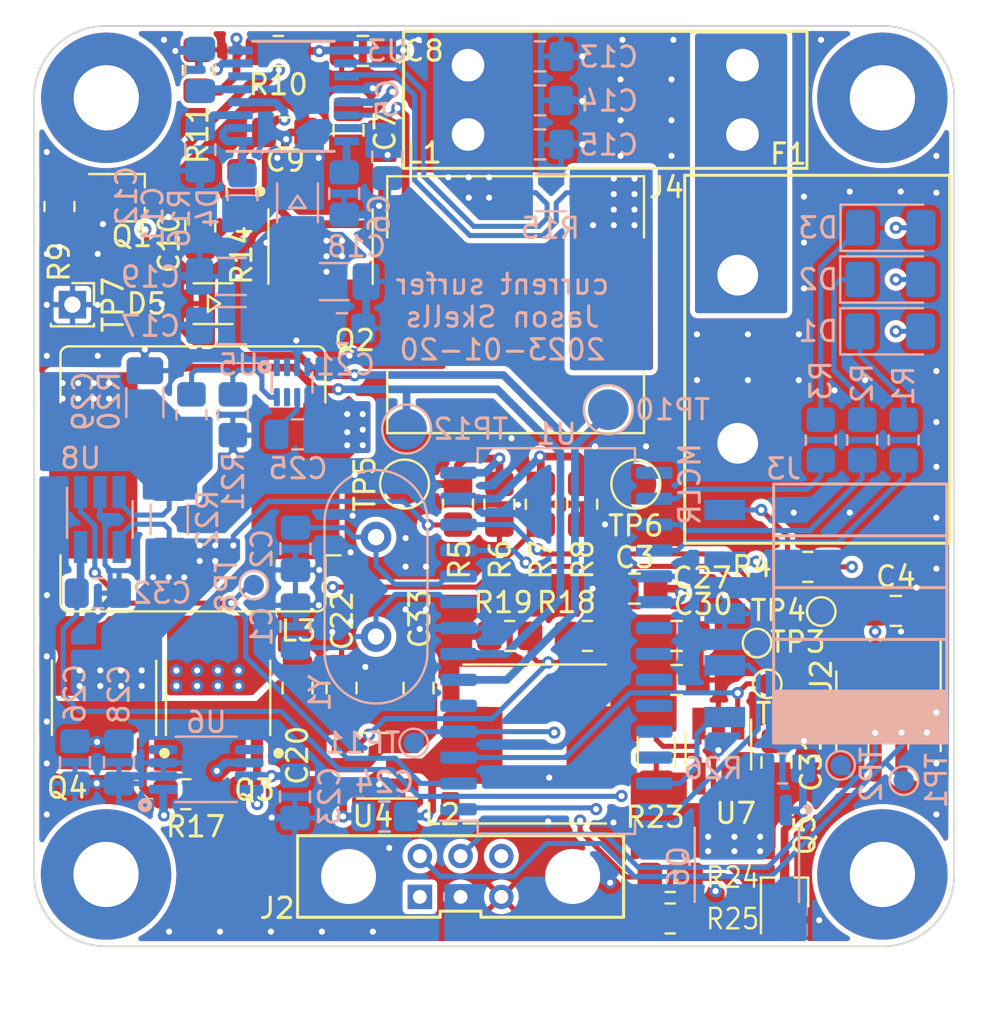
<source format=kicad_pcb>
(kicad_pcb (version 20211014) (generator pcbnew)
  (layers (0 "F.Cu" signal "Top") (1 "In1.Cu" signal "Int1 (PWR)") (2 "In2.Cu" power "Int2 (GND)") (31 "B.Cu" signal "Bottom") (34 "B.Paste" user) (35 "F.Paste" user) (36 "B.SilkS" user "B.Silkscreen") (37 "F.SilkS" user "F.Silkscreen") (38 "B.Mask" user) (39 "F.Mask" user) (44 "Edge.Cuts" user))
  (net 0 "")
  (net 1 "/OSC1")
  (net 2 "GND")
  (net 3 "/OSC2")
  (net 4 "+5V")
  (net 5 "Net-(C9-Pad1)")
  (net 6 "Net-(C12-Pad2)")
  (net 7 "+BATT")
  (net 8 "+24V")
  (net 9 "VCC")
  (net 10 "Net-(C25-Pad1)")
  (net 11 "Net-(C25-Pad2)")
  (net 12 "Net-(C24-Pad1)")
  (net 13 "Net-(C24-Pad2)")
  (net 14 "/Power/R_5V_P")
  (net 15 "/Power/R_13V_P")
  (net 16 "Net-(D1-Pad1)")
  (net 17 "Net-(D2-Pad1)")
  (net 18 "Net-(D3-Pad1)")
  (net 19 "Net-(F1-Pad2)")
  (net 20 "+5V_PWR")
  (net 21 "+13V")
  (net 22 "/ICSPCLK")
  (net 23 "/ICSPDAT")
  (net 24 "/~{MCLR}")
  (net 25 "Net-(Q2-Pad1)")
  (net 26 "Net-(Q3-Pad1)")
  (net 27 "Net-(Q4-Pad1)")
  (net 28 "Net-(Q5-Pad1)")
  (net 29 "Net-(Q5-Pad3)")
  (net 30 "/BATT_VSENSE")
  (net 31 "/VSW_VSENSE")
  (net 32 "Net-(R18-Pad2)")
  (net 33 "Net-(R20-Pad2)")
  (net 34 "/EN_5V")
  (net 35 "/CURR_13V")
  (net 36 "/CURR_5V")
  (net 37 "/CAN_TX")
  (net 38 "/CAN_RX")
  (net 47 "/CANH")
  (net 48 "/CANL")
  (net 49 "Net-(R1-Pad2)")
  (net 50 "Net-(R2-Pad2)")
  (net 51 "Net-(R3-Pad2)")
  (net 56 "/Battery Charger/VIN")
  (net 57 "Net-(C6-Pad2)")
  (net 58 "Net-(C7-Pad1)")
  (net 59 "/Battery Charger/VREF")
  (net 60 "Net-(C10-Pad2)")
  (net 61 "Net-(C11-Pad2)")
  (net 62 "Net-(D5-Pad1)")
  (net 63 "/Battery Charger/CSB")
  (net 65 "/CHG_CURR")
  (net 66 "Net-(R16-Pad2)")
  (net 67 "/n_CHG_EN")
  (net 68 "Net-(U3-Pad6)")
  (net 69 "Net-(U3-Pad8)")
  (footprint "MountingHole:MountingHole_3.2mm_M3_Pad" (layer "F.Cu") (at 165.1 127)
    (fp_text reference "H2" hide)
    (fp_text value "MountingHole")
  )
  (footprint "canhw_footprints:connector_Harwin_M80-5000642" (layer "F.Cu") (at 144.4 127.1)
    (fp_text reference "J2")
    (fp_text value "Conn_01x06")
  )
  (footprint "Capacitor_SMD:C_0805_2012Metric_Pad1.18x1.45mm_HandSolder" (layer "F.Cu") (at 152.9334 112.9792 180)
    (fp_text reference "C3")
    (fp_text value "0.1uF")
  )
  (footprint "Resistor_SMD:R_1206_3216Metric_Pad1.30x1.75mm_HandSolder" (layer "F.Cu") (at 154.0036 121 90)
    (fp_text reference "R23")
    (fp_text value "0.02R")
  )
  (footprint "Inductor_SMD:L_Bourns_SRR1208_12.7x12.7mm" (layer "F.Cu") (at 131.2634 107.5944 180)
    (fp_text reference "L3")
    (fp_text value "12uH, SRR1208-120ML")
  )
  (footprint "Capacitor_SMD:C_0805_2012Metric_Pad1.18x1.45mm_HandSolder" (layer "F.Cu") (at 155 117.459)
    (fp_text reference "C30")
    (fp_text value "22uF")
  )
  (footprint "Resistor_SMD:R_0805_2012Metric_Pad1.20x1.40mm_HandSolder" (layer "F.Cu") (at 124.714 94.234 90)
    (fp_text reference "R9")
    (fp_text value "10k")
  )
  (footprint "Capacitor_SMD:C_0805_2012Metric_Pad1.18x1.45mm_HandSolder" (layer "F.Cu") (at 159.9 121.5 90)
    (fp_text reference "C31")
    (fp_text value "0.1uF")
  )
  (footprint "Resistor_SMD:R_0805_2012Metric_Pad1.20x1.40mm_HandSolder" (layer "F.Cu") (at 131.5 87.55 90)
    (fp_text reference "R11")
    (fp_text value "100k")
  )
  (footprint "Package_TO_SOT_SMD:SOT-323_SC-70_Handsoldering" (layer "F.Cu") (at 160.3 127.889 90)
    (fp_text reference "Q5")
    (fp_text value "BSS138PW,115")
  )
  (footprint "Capacitor_SMD:C_0805_2012Metric_Pad1.18x1.45mm_HandSolder" (layer "F.Cu") (at 165.7604 114.0714)
    (fp_text reference "C4")
    (fp_text value "10uF")
  )
  (footprint "TestPoint:TestPoint_Pad_D1.0mm" (layer "F.Cu") (at 158.95 115.65)
    (fp_text reference "TP3")
    (fp_text value "TestPoint")
  )
  (footprint "Package_TO_SOT_SMD:SOT-23-6_Handsoldering" (layer "F.Cu") (at 140.208 121.666 180)
    (fp_text reference "U4")
    (fp_text value "TPS562201DDCR")
  )
  (footprint "charging_on_the_pad:SI4143DY-T1-GE3" (layer "F.Cu") (at 126.9674 118.2506 90)
    (fp_text reference "Q4")
    (fp_text value "SI4143DY-T1-GE3")
  )
  (footprint "Resistor_SMD:R_0805_2012Metric_Pad1.20x1.40mm_HandSolder" (layer "F.Cu") (at 146.304 108.839 -90)
    (fp_text reference "R6")
    (fp_text value "100k")
  )
  (footprint "Resistor_SMD:R_0805_2012Metric_Pad1.20x1.40mm_HandSolder" (layer "F.Cu") (at 150.622 115.3 180)
    (fp_text reference "R18")
    (fp_text value "56.2k")
  )
  (footprint "Capacitor_SMD:C_0805_2012Metric_Pad1.18x1.45mm_HandSolder" (layer "F.Cu") (at 135.7884 90.6)
    (fp_text reference "C9")
    (fp_text value "1nF")
  )
  (footprint "canhw_footprints:BarrierBlock_ED2945-ND" (layer "F.Cu") (at 158 97.6 -90)
    (fp_text reference "J4")
    (fp_text value "OSTYK42102030")
  )
  (footprint "Resistor_SMD:R_0805_2012Metric_Pad1.20x1.40mm_HandSolder" (layer "F.Cu") (at 135.45 86.6 180)
    (fp_text reference "R10")
    (fp_text value "100k")
  )
  (footprint "TestPoint:TestPoint_Pad_D2.0mm" (layer "F.Cu") (at 153 107.85)
    (fp_text reference "TP6")
    (fp_text value "TestPoint")
  )
  (footprint "MountingHole:MountingHole_3.2mm_M3_Pad" (layer "F.Cu") (at 127 88.9)
    (fp_text reference "H3" hide)
    (fp_text value "MountingHole")
  )
  (footprint "Capacitor_SMD:C_0805_2012Metric_Pad1.18x1.45mm_HandSolder" (layer "F.Cu") (at 142.3375 117.856 90)
    (fp_text reference "C33")
    (fp_text value "0.1uF")
  )
  (footprint "Connector_PinSocket_2.00mm:PinSocket_1x01_P2.00mm_Vertical" (layer "F.Cu") (at 125.35 99.05)
    (fp_text reference "TP7")
    (fp_text value "TestPoint")
  )
  (footprint "Resistor_SMD:R_0805_2012Metric_Pad1.20x1.40mm_HandSolder" (layer "F.Cu") (at 150.368 108.839 -90)
    (fp_text reference "R8")
    (fp_text value "100k")
  )
  (footprint "Package_TO_SOT_SMD:SOT-323_SC-70_Handsoldering" (layer "F.Cu") (at 128.1684 93.8)
    (fp_text reference "Q1")
    (fp_text value "BSS138PW,115")
  )
  (footprint "Package_SO:SOIC-8_3.9x4.9mm_P1.27mm" (layer "F.Cu") (at 165.4 119 -90)
    (fp_text reference "U2")
    (fp_text value "MCP2562")
  )
  (footprint "charging_on_the_pad:SI4143DY-T1-GE3" (layer "F.Cu") (at 137.46243 96.288058 -90)
    (fp_text reference "Q2")
    (fp_text value "SI4143DY-T1-GE3")
  )
  (footprint "Capacitor_SMD:C_0805_2012Metric_Pad1.18x1.45mm_HandSolder" (layer "F.Cu") (at 138.9 90.5 -90)
    (fp_text reference "C7")
    (fp_text value "0.22uF")
  )
  (footprint "canhw_footprints:Fuseholder_36-3557-15-ND" (layer "F.Cu") (at 151.5 89 180)
    (fp_text reference "F1")
    (fp_text value "0891002.NXS, 3557-2")
  )
  (footprint "charging_on_the_pad:DR74-3R3-R" (layer "F.Cu") (at 145.0375 120.6)
    (fp_text reference "L2")
    (fp_text value "3.3uH, DR74-3R3-R")
  )
  (footprint "Capacitor_SMD:C_0805_2012Metric_Pad1.18x1.45mm_HandSolder" (layer "F.Cu") (at 138.557 117.856 90)
    (fp_text reference "C22")
    (fp_text value "10uF")
  )
  (footprint "TestPoint:TestPoint_Pad_D2.0mm" (layer "F.Cu") (at 141.65 107.85)
    (fp_text reference "TP5")
    (fp_text value "TestPoint")
  )
  (footprint "MountingHole:MountingHole_3.2mm_M3_Pad" (layer "F.Cu") (at 165.1 88.9)
    (fp_text reference "H1" hide)
    (fp_text value "MountingHole")
  )
  (footprint "MountingHole:MountingHole_3.2mm_M3_Pad" (layer "F.Cu") (at 127 127)
    (fp_text reference "H4" hide)
    (fp_text value "MountingHole")
  )
  (footprint "Resistor_SMD:R_0805_2012Metric_Pad1.20x1.40mm_HandSolder" (layer "F.Cu") (at 148.336 108.839 90)
    (fp_text reference "R7")
    (fp_text value "220k")
  )
  (footprint "Capacitor_SMD:C_0805_2012Metric_Pad1.18x1.45mm_HandSolder" (layer "F.Cu") (at 136.398 117.856 90)
    (fp_text reference "C20")
    (fp_text value "10uF")
  )
  (footprint "charging_on_the_pad:DSS14U" (layer "F.Cu") (at 132.5 99 180)
    (fp_text reference "D5")
    (fp_text value "DSS14U")
  )
  (footprint "TestPoint:TestPoint_Pad_D1.0mm" (layer "F.Cu") (at 162.1 114.1)
    (fp_text reference "TP4")
    (fp_text value "TestPoint")
  )
  (footprint "Package_TO_SOT_SMD:SOT-23-5_HandSoldering" (layer "F.Cu") (at 157.05 120.9492 -90)
    (fp_text reference "U7")
    (fp_text value "INA180")
  )
  (footprint "TestPoint:TestPoint_Pad_D1.0mm" (layer "F.Cu") (at 159.45 117.65)
    (fp_text reference "TP9")
    (fp_text value "TestPoint")
  )
  (footprint "Resistor_SMD:R_0805_2012Metric_Pad1.20x1.40mm_HandSolder" (layer "F.Cu") (at 154.686 129.159 180)
    (fp_text reference "R25")
    (fp_text value "10k")
  )
  (footprint "charging_on_the_pad:SI4143DY-T1-GE3" (layer "F.Cu") (at 132.565 118.25 90)
    (fp_text reference "Q3")
    (fp_text value "SI4143DY-T1-GE3")
  )
  (footprint "Resistor_SMD:R_0805_2012Metric_Pad1.20x1.40mm_HandSolder" (layer "F.Cu") (at 154.686 127.127)
    (fp_text reference "R24")
    (fp_text value "220R")
  )
  (footprint "Capacitor_SMD:C_0805_2012Metric_Pad1.18x1.45mm_HandSolder" (layer "F.Cu") (at 155 115.3)
    (fp_text reference "C27")
    (fp_text value "22uF")
  )
  (footprint "Capacitor_SMD:C_0805_2012Metric_Pad1.18x1.45mm_HandSolder" (layer "F.Cu") (at 131.6228 95.1992 -90)
    (fp_text reference "C10")
    (fp_text value "0.1uF")
  )
  (footprint "Resistor_SMD:R_0805_2012Metric_Pad1.20x1.40mm_HandSolder" (layer "F.Cu") (at 146.812 115.3 180)
    (fp_text reference "R19")
    (fp_text value "10k")
  )
  (footprint "Resistor_SMD:R_0805_2012Metric_Pad1.20x1.40mm_HandSolder" (layer "F.Cu") (at 161.4424 111.9124 180)
    (fp_text reference "R4")
    (fp_text value "10k")
  )
  (footprint "Capacitor_SMD:C_0805_2012Metric_Pad1.18x1.45mm_HandSolder" (layer "F.Cu") (at 139.6 86.6)
    (fp_text reference "C8")
    (fp_text value "1uF")
  )
  (footprint "Resistor_SMD:R_0805_2012Metric_Pad1.20x1.40mm_HandSolder" (layer "F.Cu") (at 130.915 123.063 180)
    (fp_text reference "R17")
    (fp_text value "47k")
  )
  (footprint "Resistor_SMD:R_0805_2012Metric_Pad1.20x1.40mm_HandSolder" (layer "F.Cu") (at 133.65 93.5 90)
    (fp_text reference "R14")
    (fp_text value "10k")
  )
  (footprint "Resistor_SMD:R_0805_2012Metric_Pad1.20x1.40mm_HandSolder" (layer "F.Cu") (at 144.272 108.839 90)
    (fp_text reference "R5")
    (fp_text value "220k")
  )
  (footprint "Inductor_SMD:L_12x12mm_H6mm" (layer "F.Cu") (at 147.1 99.05)
    (fp_text reference "L1")
    (fp_text value "680uH, 7447706681")
  )
  (footprint "Resistor_SMD:R_1206_3216Metric_Pad1.30x1.75mm_HandSolder" (layer "B.Cu") (at 148.8424 93.5564)
    (fp_text reference "R15")
    (fp_text value "0.02R")
  )
  (footprint "Capacitor_SMD:C_0805_2012Metric_Pad1.18x1.45mm_HandSolder" (layer "B.Cu") (at 127.635 121.5 -90)
    (fp_text reference "C28")
    (fp_text value "10uF")
  )
  (footprint "TestPoint:TestPoint_Pad_D2.0mm" (layer "B.Cu") (at 141.75 105.15 180)
    (fp_text reference "TP12")
    (fp_text value "TestPoint")
  )
  (footprint "Resistor_SMD:R_0805_2012Metric_Pad1.20x1.40mm_HandSolder" (layer "B.Cu") (at 162.0774 105.6894 -90)
    (fp_text reference "R3")
    (fp_text value "120R")
  )
  (footprint "charging_on_the_pad:SOT583" (layer "B.Cu") (at 135.382 102.108 -90)
    (fp_text reference "U5")
    (fp_text value "TPS563300DRLR")
  )
  (footprint "LED_SMD:LED_1206_3216Metric_Pad1.42x1.75mm_HandSolder" (layer "B.Cu") (at 165.4914 97.8154)
    (fp_text reference "D2")
    (fp_text value "GREEN")
  )
  (footprint "Capacitor_SMD:C_0805_2012Metric_Pad1.18x1.45mm_HandSolder" (layer "B.Cu") (at 125.476 121.5 -90)
    (fp_text reference "C26")
    (fp_text value "10uF")
  )
  (footprint "Resistor_SMD:R_0805_2012Metric_Pad1.20x1.40mm_HandSolder" (layer "B.Cu") (at 133.223 104.45 -90)
    (fp_text reference "R21")
    (fp_text value "10k")
  )
  (footprint "canhw_footprints:PinHeader_5x2.54_SMD_90deg_952-3198-1-ND" (layer "B.Cu") (at 157.3625 119.2784 90)
    (fp_text reference "J3")
    (fp_text value "Conn_01x05_Female")
  )
  (footprint "Capacitor_SMD:C_0805_2012Metric_Pad1.18x1.45mm_HandSolder" (layer "B.Cu") (at 138.686 93.6 90)
    (fp_text reference "C6")
    (fp_text value "2.2uF")
  )
  (footprint "Capacitor_SMD:C_1206_3216Metric_Pad1.33x1.80mm_HandSolder" (layer "B.Cu") (at 138.2 97.917)
    (fp_text reference "C18")
    (fp_text value "4.7uF")
  )
  (footprint "Capacitor_SMD:C_0805_2012Metric_Pad1.18x1.45mm_HandSolder" (layer "B.Cu") (at 136.2964 111.0234 -90)
    (fp_text reference "C2")
    (fp_text value "27pF")
  )
  (footprint "Capacitor_SMD:C_0805_2012Metric_Pad1.18x1.45mm_HandSolder" (layer "B.Cu") (at 131.628 87.53 -90)
    (fp_text reference "C12")
    (fp_text value "47nF")
  )
  (footprint "Capacitor_SMD:C_0805_2012Metric_Pad1.18x1.45mm_HandSolder" (layer "B.Cu") (at 136.271 123.19 -90)
    (fp_text reference "C23")
    (fp_text value "10uF")
  )
  (footprint "charging_on_the_pad:SI4143DY-T1-GE3" (layer "B.Cu") (at 158.515 126.611 -90)
    (fp_text reference "Q6")
    (fp_text value "SI4143DY-T1-GE3")
  )
  (footprint "Capacitor_SMD:C_0805_2012Metric_Pad1.18x1.45mm_HandSolder" (layer "B.Cu") (at 131.628 91.44 90)
    (fp_text reference "C11")
    (fp_text value "47nF")
  )
  (footprint "charging_on_the_pad:LTC4414" (layer "B.Cu") (at 131.915 121.85)
    (fp_text reference "U6")
    (fp_text value "LTC4414")
  )
  (footprint "Capacitor_SMD:C_0805_2012Metric_Pad1.18x1.45mm_HandSolder" (layer "B.Cu") (at 148.3 91.186 180)
    (fp_text reference "C15")
    (fp_text value "22uF")
  )
  (footprint "Capacitor_SMD:C_0805_2012Metric_Pad1.18x1.45mm_HandSolder" (layer "B.Cu") (at 136.2964 114.8334 90)
    (fp_text reference "C1")
    (fp_text value "27pF")
  )
  (footprint "Capacitor_SMD:C_1206_3216Metric_Pad1.33x1.80mm_HandSolder" (layer "B.Cu") (at 128.905 103.85 90)
    (fp_text reference "C29")
    (fp_text value "22uF")
  )
  (footprint "TestPoint:TestPoint_Pad_D1.0mm" (layer "B.Cu") (at 134.25 112.8 180)
    (fp_text reference "TP8")
    (fp_text value "TestPoint")
  )
  (footprint "Capacitor_SMD:C_0805_2012Metric_Pad1.18x1.45mm_HandSolder" (layer "B.Cu") (at 148.3 86.868 180)
    (fp_text reference "C13")
    (fp_text value "22uF")
  )
  (footprint "Capacitor_SMD:C_0805_2012Metric_Pad1.18x1.45mm_HandSolder" (layer "B.Cu") (at 140.6652 124.1552 180)
    (fp_text reference "C24")
    (fp_text value "0.1uF")
  )
  (footprint "TestPoint:TestPoint_Pad_D1.0mm" (layer "B.Cu") (at 166.15 122.4 180)
    (fp_text reference "TP1")
    (fp_text value "TestPoint")
  )
  (footprint "LED_SMD:LED_1206_3216Metric_Pad1.42x1.75mm_HandSolder" (layer "B.Cu") (at 165.5064 95.2754)
    (fp_text reference "D3")
    (fp_text value "GREEN")
  )
  (footprint "Resistor_SMD:R_0805_2012Metric_Pad1.20x1.40mm_HandSolder" (layer "B.Cu") (at 160.2 121.8)
    (fp_text reference "R26")
    (fp_text value "10k")
  )
  (footprint "TestPoint:TestPoint_Pad_D1.0mm" (layer "B.Cu") (at 163.05 121.65 180)
    (fp_text reference "TP2")
    (fp_text value "TestPoint")
  )
  (footprint "Crystal:Crystal_HC49-4H_Vertical" (layer "B.Cu") (at 140.25 110.45 -90)
    (fp_text reference "Y1")
    (fp_text value "12 MHz")
  )
  (footprint "Capacitor_SMD:C_0805_2012Metric_Pad1.18x1.45mm_HandSolder" (layer "B.Cu") (at 126.6 113.2)
    (fp_text reference "C32")
    (fp_text value "0.1uF")
  )
  (footprint "Resistor_SMD:R_0805_2012Metric_Pad1.20x1.40mm_HandSolder" (layer "B.Cu") (at 164.1094 105.6894 -90)
    (fp_text reference "R2")
    (fp_text value "120R")
  )
  (footprint "Resistor_SMD:R_1206_3216Metric_Pad1.30x1.75mm_HandSolder" (layer "B.Cu") (at 130.0988 109.5792 -90)
    (fp_text reference "R22")
    (fp_text value "0.01R")
  )
  (footprint "Resistor_SMD:R_0805_2012Metric_Pad1.20x1.40mm_HandSolder" (layer "B.Cu") (at 166.1414 105.6894 -90)
    (fp_text reference "R1")
    (fp_text value "120R")
  )
  (footprint "Resistor_SMD:R_0805_2012Metric_Pad1.20x1.40mm_HandSolder" (layer "B.Cu") (at 133.7 93.7 90)
    (fp_text reference "R16")
    (fp_text value "0R")
  )
  (footprint "Package_SO:SOIC-28W_7.5x18.7mm_P1.27mm" (layer "B.Cu") (at 149.1 115.55)
    (fp_text reference "U1")
    (fp_text value "PIC18F26K83")
  )
  (footprint "Capacitor_SMD:C_1206_3216Metric_Pad1.33x1.80mm_HandSolder" (layer "B.Cu") (at 133.15 97.663 180)
    (fp_text reference "C19")
    (fp_text value "4.7uF")
  )
  (footprint "Capacitor_SMD:C_1206_3216Metric_Pad1.33x1.80mm_HandSolder" (layer "B.Cu") (at 133.15 100.076 180)
    (fp_text reference "C17")
    (fp_text value "4.7uF")
  )
  (footprint "Capacitor_SMD:C_0805_2012Metric_Pad1.18x1.45mm_HandSolder" (layer "B.Cu") (at 136.398 105.41 180)
    (fp_text reference "C25")
    (fp_text value "0.1uF")
  )
  (footprint "TestPoint:TestPoint_Pad_D2.0mm" (layer "B.Cu") (at 151.65 104.2 180)
    (fp_text reference "TP10")
    (fp_text value "TestPoint")
  )
  (footprint "LED_SMD:LED_1206_3216Metric_Pad1.42x1.75mm_HandSolder" (layer "B.Cu") (at 165.4914 100.3554)
    (fp_text reference "D1")
    (fp_text value "GREEN")
  )
  (footprint "Capacitor_SMD:C_0805_2012Metric_Pad1.18x1.45mm_HandSolder" (layer "B.Cu") (at 138.5824 100.203)
    (fp_text reference "C21")
    (fp_text value "0.1uF")
  )
  (footprint "Capacitor_SMD:C_0805_2012Metric_Pad1.18x1.45mm_HandSolder" (layer "B.Cu") (at 140.8 91.8 90)
    (fp_text reference "C5")
    (fp_text value "0.22uF")
  )
  (footprint "Capacitor_SMD:C_0805_2012Metric_Pad1.18x1.45mm_HandSolder" (layer "B.Cu") (at 148.3 89.027 180)
    (fp_text reference "C14")
    (fp_text value "22uF")
  )
  (footprint "Package_SO:SSOP-16_3.9x4.9mm_P0.635mm" (layer "B.Cu") (at 136.2 88.8)
    (fp_text reference "U3")
    (fp_text value "MAX1873SEEE+")
  )
  (footprint "Resistor_SMD:R_0805_2012Metric_Pad1.20x1.40mm_HandSolder" (layer "B.Cu") (at 131.191 104.45 90)
    (fp_text reference "R20")
    (fp_text value "154k")
  )
  (footprint "TestPoint:TestPoint_Pad_D1.0mm" (layer "B.Cu") (at 142.1 120.55 180)
    (fp_text reference "TP11")
    (fp_text value "TestPoint")
  )
  (footprint "Package_TO_SOT_SMD:SOT-23-5_HandSoldering" (layer "B.Cu") (at 126.6952 109.5908 -90)
    (fp_text reference "U8")
    (fp_text value "INA180")
  )
  (footprint "charging_on_the_pad:DSS14U" (layer "B.Cu") (at 136.398 93.8 -90)
    (fp_text reference "D4")
    (fp_text value "DSS14U")
  )
  (gr_arc (start 126.974874 130.525126) (mid 124.5 129.5) (end 123.474874 127.025126) (layer "Edge.Cuts") (width 0.1))
  (gr_arc (start 165.125126 85.374874) (mid 167.6 86.4) (end 168.625126 88.874874) (layer "Edge.Cuts") (width 0.1))
  (gr_line (start 165.125126 130.525126) (end 126.974874 130.525126) (layer "Edge.Cuts") (width 0.1))
  (gr_line (start 123.474874 127.025126) (end 123.474874 88.874874) (layer "Edge.Cuts") (width 0.1))
  (gr_arc (start 168.625126 127.025126) (mid 167.6 129.5) (end 165.125126 130.525126) (layer "Edge.Cuts") (width 0.1))
  (gr_line (start 165.125126 85.374874) (end 126.974874 85.374874) (layer "Edge.Cuts") (width 0.1))
  (gr_line (start 168.625126 127.025126) (end 168.625126 88.874874) (layer "Edge.Cuts") (width 0.1))
  (gr_arc (start 123.474874 88.874874) (mid 124.5 86.4) (end 126.974874 85.374874) (layer "Edge.Cuts") (width 0.1))
  (gr_text "MCLR\n" (at 155.65 107.85 90) (layer "B.SilkS") (effects (font (size 1.016 1.016) (thickness 0.1524)) (justify mirror)))
  (gr_text "current surfer\nJason Skells\n2023-01-20\n" (at 146.45 99.65) (layer "B.SilkS") (effects (font (size 1 1)) (justify mirror)))
  (segment (start 143.361576 113.261576) (end 143.745 113.645) (width 0.25) (layer "B.Cu") (net 1))
  (segment (start 140.25 115.33) (end 140.25 114.204512) (width 0.25) (layer "B.Cu") (net 1))
  (segment (start 136.2964 115.8709) (end 138.6879 115.8709) (width 0.25) (layer "B.Cu") (net 1))
  (segment (start 138.6879 115.8709) (end 139.2288 115.33) (width 0.25) (layer "B.Cu") (net 1))
  (segment (start 139.2288 115.33) (end 140.25 115.33) (width 0.25) (layer "B.Cu") (net 1))
  (segment (start 141.192936 113.261576) (end 143.361576 113.261576) (width 0.25) (layer "B.Cu") (net 1))
  (segment (start 143.745 113.645) (end 144.3 113.645) (width 0.25) (layer "B.Cu") (net 1))
  (segment (start 140.25 114.204512) (end 141.192936 113.261576) (width 0.25) (layer "B.Cu") (net 1))
  (segment (start 136.056624 90.6) (end 135.8379 90.818724) (width 0.381) (layer "F.Cu") (net 2))
  (segment (start 152.781 129.159) (end 153.686 129.159) (width 0.381) (layer "F.Cu") (net 2))
  (segment (start 138.6 86.6) (end 138.5625 86.6) (width 0.381) (layer "F.Cu") (net 2))
  (segment (start 144.9 115.3) (end 145.812 115.3) (width 0.381) (layer "F.Cu") (net 2))
  (segment (start 157.05 120.906637) (end 157.05 119.5992) (width 0.25) (layer "F.Cu") (net 2))
  (segment (start 130.45 86.55) (end 131.45 86.55) (width 0.381) (layer "F.Cu") (net 2))
  (segment (start 141.558 122.616) (end 140.4468 122.616) (width 0.381) (layer "F.Cu") (net 2))
  (segment (start 131.426531 94.1617) (end 131.6228 94.1617) (width 0.381) (layer "F.Cu") (net 2))
  (segment (start 150.368 109.839) (end 151.4762 109.839) (width 0.381) (layer "F.Cu") (net 2))
  (segment (start 166.7979 114.0714) (end 166.7979 112.9499) (width 0.381) (layer "F.Cu") (net 2))
  (segment (start 166.035 115.108) (end 166.035 116.525) (width 0.381) (layer "F.Cu") (net 2))
  (segment (start 161.2375 120.4625) (end 159.9 120.4625) (width 0.381) (layer "F.Cu") (net 2))
  (segment (start 166.7979 112.9499) (end 166.7764 112.9284) (width 0.381) (layer "F.Cu") (net 2))
  (segment (start 130.846231 94.742) (end 131.426531 94.1617) (width 0.381) (layer "F.Cu") (net 2))
  (segment (start 138.557 116.8185) (end 139.7254 116.8185) (width 0.381) (layer "F.Cu") (net 2))
  (segment (start 131.6 94.3149) (end 131.65 94.3649) (width 0.381) (layer "F.Cu") (net 2))
  (segment (start 156.1375 115.241) (end 156.1375 117.4) (width 0.381) (layer "F.Cu") (net 2))
  (segment (start 151.7396 128.1176) (end 152.781 129.159) (width 0.381) (layer "F.Cu") (net 2))
  (segment (start 126.8384 95.0884) (end 126.8476 95.0976) (width 0.381) (layer "F.Cu") (net 2))
  (segment (start 142.3924 114.9604) (end 144.5604 114.9604) (width 0.381) (layer "F.Cu") (net 2))
  (segment (start 129.7524 99) (end 130.7 99) (width 0.5) (layer "F.Cu") (net 2))
  (segment (start 166.0144 115.0874) (end 166.035 115.108) (width 0.381) (layer "F.Cu") (net 2))
  (segment (start 140.087096 88.429092) (end 140.087096 88.087096) (width 0.381) (layer "F.Cu") (net 2))
  (segment (start 161.969 129.219) (end 160.95 129.219) (width 0.381) (layer "F.Cu") (net 2))
  (segment (start 167.2844 121.8184) (end 167.2844 120.0404) (width 0.25) (layer "F.Cu") (net 2))
  (segment (start 140.087096 88.087096) (end 138.6 86.6) (width 0.381) (layer "F.Cu") (net 2))
  (segment (start 136.8259 90.6) (end 136.056624 90.6) (width 0.381) (layer "F.Cu") (net 2))
  (segment (start 147.2184 108.8644) (end 147.2184 108.9246) (width 0.381) (layer "F.Cu") (net 2))
  (segment (start 135.8379 90.818724) (end 135.8379 90.932) (width 0.381) (layer "F.Cu") (net 2))
  (segment (start 151.4762 109.839) (end 151.4856 109.8296) (width 0.381) (layer "F.Cu") (net 2))
  (segment (start 131.6 94.1389) (end 131.6228 94.1617) (width 0.381) (layer "F.Cu") (net 2))
  (segment (start 124.714 95.234) (end 124.714 96.2152) (width 0.381) (layer "F.Cu") (net 2))
  (segment (start 157.04966 120.906977) (end 157.05 120.906637) (width 0.25) (layer "F.Cu") (net 2))
  (segment (start 167.305 121.475) (end 167.305 121.7978) (width 0.25) (layer "F.Cu") (net 2))
  (segment (start 147.2184 108.9246) (end 146.304 109.839) (width 0.381) (layer "F.Cu") (net 2))
  (segment (start 131.45 86.55) (end 131.5 86.6) (width 0.381) (layer "F.Cu") (net 2))
  (segment (start 167.305 121.7978) (end 167.2844 121.8184) (width 0.25) (layer "F.Cu") (net 2))
  (segment (start 161.25 120.45) (end 161.2375 120.4625) (width 0.381) (layer "F.Cu") (net 2))
  (segment (start 162 129.25) (end 161.969 129.219) (width 0.381) (layer "F.Cu") (net 2))
  (segment (start 151.8959 112.9792) (end 150.876 112.9792) (width 0.381) (layer "F.Cu") (net 2))
  (segment (start 130.048 94.742) (end 130.846231 94.742) (width 0.381) (layer "F.Cu") (net 2))
  (segment (start 126.8384 94.45) (end 126.8384 95.0884) (width 0.381) (layer "F.Cu") (net 2))
  (segment (start 151.7396 127.4064) (end 151.7396 128.1176) (width 0.381) (layer "F.Cu") (net 2))
  (segment (start 144.5604 114.9604) (end 144.9 115.3) (width 0.381) (layer "F.Cu") (net 2))
  (segment (start 142.3924 114.9604) (end 142.3375 115.0153) (width 0.381) (layer "F.Cu") (net 2))
  (segment (start 142.3375 115.0153) (end 142.3375 116.8185) (width 0.381) (layer "F.Cu") (net 2))
  (segment (start 140.4468 122.616) (end 140.4112 122.5804) (width 0.381) (layer "F.Cu") (net 2))
  (segment (start 136.398 116.8185) (end 138.557 116.8185) (width 0.381) (layer "F.Cu") (net 2))
  (segment (start 130.4 86.6) (end 130.45 86.55) (width 0.381) (layer "F.Cu") (net 2))
  (segment (start 129.7432 99.0092) (end 129.7524 99) (width 0.5) (layer "F.Cu") (net 2))
  (via (at 139.1 109.4) (size 0.6) (drill 0.3) (layers "F.Cu" "B.Cu") (net 2))
  (via (at 150.876 112.9792) (size 0.6) (drill 0.3) (layers "F.Cu" "B.Cu") (net 2))
  (via (at 139 111.2) (size 0.6) (drill 0.3) (layers "F.Cu" "B.Cu") (net 2))
  (via (at 154.75 90) (size 0.6) (drill 0.3) (layers "F.Cu" "B.Cu") (net 2))
  (via (at 142.3424 86.0564) (size 0.6) (drill 0.3) (layers "F.Cu" "B.Cu") (net 2))
  (via (at 140.4 94.2) (size 0.6) (drill 0.3) (layers "F.Cu" "B.Cu") (net 2))
  (via (at 126.5924 101.5564) (size 0.6) (drill 0.3) (layers "F.Cu" "B.Cu") (net 2))
  (via (at 167.75 109.5) (size 0.6) (drill 0.3) (layers "F.Cu" "B.Cu") (net 2))
  (via (at 126.5924 96.5564) (size 0.6) (drill 0.3) (layers "F.Cu" "B.Cu") (net 2))
  (via (at 141.7 110.5) (size 0.6) (drill 0.3) (layers "F.Cu" "B.Cu") (net 2))
  (via (at 150.368 86.868) (size 0.6) (drill 0.3) (layers "F.Cu" "B.Cu") (net 2))
  (via (at 124.1 113.3) (size 0.6) (drill 0.3) (layers "F.Cu" "B.Cu") (net 2))
  (via (at 139 114.6) (size 0.6) (drill 0.3) (layers "F.Cu" "B.Cu") (net 2))
  (via (at 161 102.75) (size 0.6) (drill 0.3) (layers "F.Cu" "B.Cu") (net 2))
  (via (at 124.0924 119.5) (size 0.6) (drill 0.3) (layers "F.Cu" "B.Cu") (net 2))
  (via (at 160.75 109.25) (size 0.6) (drill 0.3) (layers "F.Cu" "B.Cu") (net 2))
  (via (at 167.75 102.3064) (size 0.6) (drill 0.3) (layers "F.Cu" "B.Cu") (net 2))
  (via (at 151.9 124.45) (size 0.6) (drill 0.3) (layers "F.Cu" "B.Cu") (net 2))
  (via (at 130.0924 129.8064) (size 0.6) (drill 0.3) (layers "F.Cu" "B.Cu") (net 2))
  (via (at 129.8424 86.0564) (size 0.6) (drill 0.3) (layers "F.Cu" "B.Cu") (net 2))
  (via (at 167.2844 120.0404) (size 0.6) (drill 0.3) (layers "F.Cu" "B.Cu") (net 2))
  (via (at 162 129.25) (size 0.6) (drill 0.3) (layers "F.Cu" "B.Cu") (net 2))
  (via (at 146.9 105.6) (size 0.6) (drill 0.3) (layers "F.Cu" "B.Cu") (net 2))
  (via (at 124.0924 99.0564) (size 0.6) (drill 0.3) (layers "F.Cu" "B.Cu") (net 2))
  (via (at 157.3784 113.3094) (size 0.6) (drill 0.3) (layers "F.Cu" "B.Cu") (net 2))
  (via (at 167.75 104.8064) (size 0.6) (drill 0.3) (layers "F.Cu" "B.Cu") (net 2))
  (via (at 142.3924 114.9604) (size 0.6) (drill 0.3) (layers "F.Cu" "B.Cu") (net 2))
  (via (at 152.25 90) (size 0.6) (drill 0.3) (layers "F.Cu" "B.Cu") (net 2))
  (via (at 151 106) (size 0.6) (drill 0.3) (layers "F.Cu" "B.Cu") (net 2))
  (via (at 135.8379 90.932) (size 0.6) (drill 0.3) (layers "F.Cu" "B.Cu") (net 2))
  (via (at 157.04966 120.906977) (size 0.6) (drill 0.3) (layers "F.Cu" "B.Cu") (net 2))
  (via (at 154.8424 86.0564) (size 0.6) (drill 0.3) (layers "F.Cu" "B.Cu") (net 2))
  (via (at 167.75 91.75) (size 0.6) (drill 0.3) (layers "F.Cu" "B.Cu") (net 2))
  (via (at 137.4394 113.792) (size 0.6) (drill 0.3) (layers "F.Cu" "B.Cu") (net 2))
  (via (at 153.5 106) (size 0.6) (drill 0.3) (layers "F.Cu" "B.Cu") (net 2))
  (via (at 126.8476 95.0976) (size 0.6) (drill 0.3) (layers "F.Cu" "B.Cu") (net 2))
  (via (at 140.087096 88.429092) (size 0.6) (drill 0.3) (layers "F.Cu" "B.Cu") (net 2))
  (via (at 161.25 98.25) (size 0.6) (drill 0.3) (layers "F.Cu" "B.Cu") (net 2))
  (via (at 132.5924 129.8064) (size 0.6) (drill 0.3) (layers "F.Cu" "B.Cu") (net 2))
  (via (at 140.9 125.7) (size 0.6) (drill 0.3) (layers "F.Cu" "B.Cu") (net 2))
  (via (at 166.0144 115.0874) (size 0.6) (drill 0.3) (layers "F.Cu" "B.Cu") (net 2))
  (via (at 124.0924 121.5564) (size 0.6) (drill 0.3) (layers "F.Cu" "B.Cu") (net 2))
  (via (at 166.7764 112.9284) (size 0.6) (drill 0.3) (layers "F.Cu" "B.Cu") (net 2))
  (via (at 150.368 91.186) (size 0.6) (drill 0.3) (layers "F.Cu" "B.Cu") (net 2))
  (via (at 124.0924 116.3) (size 0.6) (drill 0.3) (layers "F.Cu" "B.Cu") (net 2))
  (via (at 135.128 124.206) (size 0.6) (drill 0.3) (layers "F.Cu" "B.Cu") (net 2))
  (via (at 152.25 88) (size 0.6) (drill 0.3) (layers "F.Cu" "B.Cu") (net 2))
  (via (at 126.6 114.1) (size 0.6) (drill 0.3) (layers "F.Cu" "B.Cu") (net 2))
  (via (at 142.7 114) (size 0.6) (drill 0.3) (layers "F.Cu" "B.Cu") (net 2))
  (via (at 161.25 120.45) (size 0.6) (drill 0.3) (layers "F.Cu" "B.Cu") (net 2))
  (via (at 139.7254 116.8185) (size 0.6) (drill 0.3) (layers "F.Cu" "B.Cu") (net 2))
  (via (at 152.25 91.75) (size 0.6) (drill 0.3) (layers "F.Cu" "B.Cu") (net 2))
  (via (at 156.912096 127.817) (size 0.6) (drill 0.3) (layers "F.Cu" "B.Cu") (net 2))
  (via (at 148.7 124.4) (size 0.6) (drill 0.3) (layers "F.Cu" "B.Cu") (net 2))
  (via (at 151.7396 127.4064) (size 0.6) (drill 0.3) (layers "F.Cu" "B.Cu") (net 2))
  (via (at 128.905 101.2444) (size 0.6) (drill 0.3) (layers "F.Cu" "B.Cu") (net 2))
  (via (at 167.75 124.0564) (size 0.6) (drill 0.3) (layers "F.Cu" "B.Cu") (net 2))
  (via (at 140.4112 122.5804) (size 0.6) (drill 0.3) (layers "F.Cu" "B.Cu") (net 2))
  (via (at 139.2 107.4) (size 0.6) (drill 0.3) (layers "F.Cu" "B.Cu") (net 2))
  (via (at 164.25 102.75) (size 0.6) (drill 0.3) (layers "F.Cu" "B.Cu") (net 2))
  (via (at 138.95 101.55) (size 0.6) (drill 0.3) (layers "F.Cu" "B.Cu") (net 2))
  (via (at 124.0924 96.5564) (size 0.6) (drill 0.3) (layers "F.Cu" "B.Cu") (net 2))
  (via (at 167.75 93.5564) (size 0.6) (drill 0.3) (layers "F.Cu" "B.Cu") (net 2))
  (via (at 140.0924 129.8064) (size 0.6) (drill 0.3) (layers "F.Cu" "B.Cu") (net 2))
  (via (at 162.0924 86.0564) (size 0.6) (drill 0.3) (layers "F.Cu" "B.Cu") (net 2))
  (via (at 161.25 96) (size 0.6) (drill 0.3) (layers "F.Cu" "B.Cu") (net 2))
  (via (at 124.0924 91.5564) (size 0.6) (drill 0.3) (layers "F.Cu" "B.Cu") (net 2))
  (via (at 124.0924 101.5564) (size 0.6) (drill 0.3) (layers "F.Cu" "B.Cu") (net 2))
  (via (at 154.75 91.75) (size 0.6) (drill 0.3) (layers "F.Cu" "B.Cu") (net 2))
  (via (at 151.4856 109.8296) (size 0.6) (drill 0.3) (layers "F.Cu" "B.Cu") (net 2))
  (via (at 167.75 112) (size 0.6) (drill 0.3) (layers "F.Cu" "B.Cu") (net 2))
  (via (at 162.75 103.25) (size 0.6) (drill 0.3) (layers "F.Cu" "B.Cu") (net 2))
  (via (at 161 100.5) (size 0.6) (drill 0.3) (layers "F.Cu" "B.Cu") (net 2))
  (via (at 166 93.5) (size 0.6) (drill 0.3) (layers "F.Cu" "B.Cu") (net 2))
  (via (at 158.5 102.75) (size 0.6) (drill 0.3) (layers "F.Cu" "B.Cu") (net 2))
  (via (at 130.048 94.742) (size 0.6) (drill 0.3) (layers "F.Cu" "B.Cu") (net 2))
  (via (at 167.75 107) (size 0.6) (drill 0.3) (layers "F.Cu" "B.Cu") (net 2))
  (via (at 167.75 119.0564) (size 0.6) (drill 0.3) (layers "F.Cu" "B.Cu") (net 2))
  (via (at 138.1 115.1) (size 0.6) (drill 0.3) (layers "F.Cu" "B.Cu") (net 2))
  (via (at 141.7 111.9) (size 0.6) (drill 0.3) (layers "F.Cu" "B.Cu") (net 2))
  (via (at 135.0924 129.8064) (size 0.6) (drill 0.3) (layers "F.Cu" "B.Cu") (net 2))
  (via (at 167.75 121.5564) (size 0.6) (drill 0.3) (layers "F.Cu" "B.Cu") (net 2))
  (via (at 142.7 111.9) (size 0.6) (drill 0.3) (layers "F.Cu" "B.Cu") (net 2))
  (via (at 150.368 89.0524) (size 0.6) (drill 0.3) (layers "F.Cu" "B.Cu") (net 2))
  (via (at 163.5 109.25) (size 0.6) (drill 0.3) (layers "F.Cu" "B.Cu") (net 2))
  (via (at 156 102.75) (size 0.6) (drill 0.3) (layers "F.Cu" "B.Cu") (net 2))
  (via (at 129.7432 99.0092) (size 0.6) (drill 0.3) (layers "F.Cu" "B.Cu") (net 2))
  (via (at 126.5924 99.0564) (size 0.6) (drill 0.3) (layers "F.Cu" "B.Cu") (net 2))
  (via (at 133.2484 106.4514) (size 0.6) (drill 0.3) (layers "F.Cu" "B.Cu") (net 2))
  (via (at 154.75 88) (size 0.6) (drill 0.3) (layers "F.Cu" "B.Cu") (net 2))
  (via (at 156 100.5) (size 0.6) (drill 0.3) (layers "F.Cu" "B.Cu") (net 2))
  (via (at 158.5 100.5) (size 0.6) (drill 0.3) (layers "F.Cu" "B.Cu") (net 2))
  (via (at 161.25 93.75) (size 0.6) (drill 0.3) (layers "F.Cu" "B.Cu") (net 2))
  (via (at 137.4648 112.0648) (size 0.6) (drill 0.3) (layers "F.Cu" "B.Cu") (net 2))
  (via (at 152.3424 86.0564) (size 0.6) (drill 0.3) (layers "F.Cu" "B.Cu") (net 2))
  (via (at 130.4 86.6) (size 0.6) (drill 0.3) (layers "F.Cu" "B.Cu") (net 2))
  (via (at 147.2184 108.8644) (size 0.6) (drill 0.3) (layers "F.Cu" "B.Cu") (net 2))
  (via (at 141.7 114) (size 0.6) (drill 0.3) (layers "F.Cu" "B.Cu") (net 2))
  (via (at 124.0924 124.0564) (size 0.6) (drill 0.3) (layers "F.Cu" "B.Cu") (net 2))
  (via (at 163.5 93.5) (size 0.6) (drill 0.3) (layers "F.Cu" "B.Cu") (net 2))
  (via (at 148.75 122.25) (size 0.6) (drill 0.3) (layers "F.Cu" "B.Cu") (net 2))
  (via (at 124.714 96.2152) (size 0.6) (drill 0.3) (layers "F.Cu" "B.Cu") (net 2))
  (via (at 126.5428 122.5296) (size 0.6) (drill 0.3) (layers "F.Cu" "B.Cu") (net 2))
  (via (at 137.5924 129.8064) (size 0.6) (drill 0.3) (layers "F.Cu" "B.Cu") (net 2))
  (segment (start 138.95 101.55) (end 138.392 102.108) (width 0.25) (layer "B.Cu") (net 2))
  (segment (start 140.4 94.2) (end 139.9625 94.6375) (width 0.381) (layer "B.Cu") (net 2))
  (segment (start 135.1495 124.2275) (end 136.271 124.2275) (width 0.381) (layer "B.Cu") (net 2))
  (segment (start 131.5205 86.6) (end 131.628 86.4925) (width 0.381) (layer "B.Cu") (net 2))
  (segment (start 157.3625 113.3253) (end 157.3625 114.1984) (width 0.25) (layer "B.Cu") (net 2))
  (segment (start 126.5349 122.5375) (end 126.5428 122.5296) (width 0.381) (layer "B.Cu") (net 2))
  (segment (start 139.6199 100.405303) (end 139.6199 100.203) (width 0.381) (layer "B.Cu") (net 2))
  (segment (start 139.9625 94.6375) (end 138.686 94.6375) (width 0.381) (layer "B.Cu") (net 2))
  (segment (start 140.033688 88.4825) (end 138.8 88.4825) (width 0.381) (layer "B.Cu") (net 2))
  (segment (start 130.337 97.663) (end 131.5875 97.663) (width 0.381) (layer "B.Cu") (net 2))
  (segment (start 135.128 124.206) (end 135.1495 124.2275) (width 0.381) (layer "B.Cu") (net 2))
  (segment (start 140.8 93.8) (end 140.8 92.8375) (width 0.381) (layer "B.Cu") (net 2))
  (segment (start 127.635 122.5375) (end 126.5507 122.5375) (width 0.381) (layer "B.Cu") (net 2))
  (segment (start 127.6375 112.9875) (end 127.6375 113.2) (width 0.25) (layer "B.Cu") (net 2))
  (segment (start 131.628 92.4775) (end 131.628 93.9748) (width 0.381) (layer "B.Cu") (net 2))
  (segment (start 139.6199 100.3301) (end 139.6199 100.203) (width 0.25) (layer "B.Cu") (net 2))
  (segment (start 150.3426 89.027) (end 150.368 89.0524) (width 0.381) (layer "B.Cu") (net 2))
  (segment (start 137.4648 112.0648) (end 137.4609 112.0609) (width 0.25) (layer "B.Cu") (net 2))
  (segment (start 137.4609 112.0609) (end 136.2964 112.0609) (width 0.25) (layer "B.Cu") (net 2))
  (segment (start 133.2484 106.4514) (end 133.223 106.426) (width 0.381) (layer "B.Cu") (net 2))
  (segment (start 137.4394 113.792) (end 137.4355 113.7959) (width 0.25) (layer "B.Cu") (net 2))
  (segment (start 126.5507 122.5375) (end 126.5428 122.5296) (width 0.381) (layer "B.Cu") (net 2))
  (segment (start 127.9975 122.175) (end 129.8025 122.175) (width 0.381) (layer "B.Cu") (net 2))
  (segment (start 125.476 122.5375) (end 126.5349 122.5375) (width 0.381) (layer "B.Cu") (net 2))
  (segment (start 130.4 86.6) (end 131.5205 86.6) (width 0.381) (layer "B.Cu") (net 2))
  (segment (start 139.7625 97.917) (end 139.7625 100.0604) (width 0.381) (layer "B.Cu") (net 2))
  (segment (start 133.223 106.426) (end 133.223 105.45) (width 0.381) (layer "B.Cu") (net 2))
  (segment (start 129.7432 98.2568) (end 130.337 97.663) (width 0.381) (layer "B.Cu") (net 2))
  (segment (start 138.392 102.108) (end 136.882 102.108) (width 0.25) (layer "B.Cu") (net 2))
  (segment (start 149.3375 89.027) (end 150.3426 89.027) (width 0.381) (layer "B.Cu") (net 2))
  (segment (start 138.95 101) (end 139.6199 100.3301) (width 0.25) (layer "B.Cu") (net 2))
  (segment (start 139.7625 100.0604) (end 139.6199 100.203) (width 0.381) (layer "B.Cu") (net 2))
  (segment (start 130.8608 94.742) (end 130.048 94.742) (width 0.381) (layer "B.Cu") (net 2))
  (segment (start 142.3924 114.9604) (end 142.4378 114.915) (width 0.381) (layer "B.Cu") (net 2))
  (segment (start 126.6375 114.1) (end 127.6375 113.1) (width 0.381) (layer "B.Cu") (net 2))
  (segment (start 131.628 93.9748) (end 130.8608 94.742) (width 0.381) (layer "B.Cu") (net 2))
  (segment (start 126.6952 108.2408) (end 126.6952 109.4952) (width 0.25) (layer "B.Cu") (net 2))
  (segment (start 149.3375 86.868) (end 150.368 86.868) (width 0.381) (layer "B.Cu") (net 2))
  (segment (start 127.2 112.55) (end 127.6375 112.9875) (width 0.25) (layer "B.Cu") (net 2))
  (segment (start 138.95 101.55) (end 138.95 101) (width 0.25) (layer "B.Cu") (net 2))
  (segment (start 142.4378 114.915) (end 144.3 114.915) (width 0.381) (layer "B.Cu") (net 2))
  (segment (start 140.087096 88.429092) (end 140.033688 88.4825) (width 0.381) (layer "B.Cu") (net 2))
  (segment (start 131.5875 100.076) (end 130.326 100.076) (width 0.381) (layer "B.Cu") (net 2))
  (segment (start 149.3375 91.186) (end 150.368 91.186) (width 0.381) (layer "B.Cu") (net 2))
  (segment (start 130.326 100.076) (end 129.7432 99.4932) (width 0.381) (layer "B.Cu") (net 2))
  (segment (start 157.3784 113.3094) (end 157.3625 113.3253) (width 0.25) (layer "B.Cu") (net 2))
  (segment (start 126.6 114.1) (end 126.6375 114.1) (width 0.381) (layer "B.Cu") (net 2))
  (segment (start 127.2 112.066807) (end 127.2 112.55) (width 0.25) (layer "B.Cu") (net 2))
  (segment (start 140.4 94.2) (end 140.8 93.8) (width 0.381) (layer "B.Cu") (net 2))
  (segment (start 127.635 122.5375) (end 127.9975 122.175) (width 0.381) (layer "B.Cu") (net 2))
  (segment (start 128.905 102.2875) (end 128.905 101.2444) (width 0.381) (layer "B.Cu") (net 2))
  (segment (start 126.6952 109.4952) (end 126.95 109.75) (width 0.25) (layer "B.Cu") (net 2))
  (segment (start 126.95 111.816807) (end 127.2 112.066807) (width 0.25) (layer "B.Cu") (net 2))
  (segment (start 129.7432 99.4932) (end 129.7432 99.0092) (width 0.381) (layer "B.Cu") (net 2))
  (segment (start 126.95 109.75) (end 126.95 111.816807) (width 0.25) (layer "B.Cu") (net 2))
  (segment (start 137.4355 113.7959) (end 136.2964 113.7959) (width 0.25) (layer "B.Cu") (net 2))
  (segment (start 129.7432 99.0092) (end 129.7432 98.2568) (width 0.381) (layer "B.Cu") (net 2))
  (segment (start 141.173064 112.761576) (end 143.338424 112.761576) (width 0.25) (layer "B.Cu") (net 3))
  (segment (start 143.338424 112.761576) (end 143.725 112.375) (width 0.25) (layer "B.Cu") (net 3))
  (segment (start 140.25 110.45) (end 140.25 111.838512) (width 0.25) (layer "B.Cu") (net 3))
  (segment (start 138.6879 109.9859) (end 139.152 110.45) (width 0.25) (layer "B.Cu") (net 3))
  (segment (start 136.2964 109.9859) (end 138.6879 109.9859) (width 0.25) (layer "B.Cu") (net 3))
  (segment (start 140.25 111.838512) (end 141.173064 112.761576) (width 0.25) (layer "B.Cu") (net 3))
  (segment (start 139.152 110.45) (end 140.25 110.45) (width 0.25) (layer "B.Cu") (net 3))
  (segment (start 143.725 112.375) (end 144.3 112.375) (width 0.25) (layer "B.Cu") (net 3))
  (segment (start 156.1 121.3378) (end 156.1 122.2992) (width 0.25) (layer "F.Cu") (net 4))
  (segment (start 155.0162 112.9792) (end 153.9709 112.9792) (width 0.381) (layer "F.Cu") (net 4))
  (segment (start 154.0036 122.55) (end 154.0036 121.5369) (width 0.25) (layer "F.Cu") (net 4))
  (segment (start 164.765 115.108) (end 164.765 116.525) (width 0.25) (layer "F.Cu") (net 4))
  (segment (start 155.2194 113.1824) (end 155.0162 112.9792) (width 0.381) (layer "F.Cu") (net 4))
  (segment (start 164.7444 115.0874) (end 164.765 115.108) (width 0.25) (layer "F.Cu") (net 4))
  (segment (start 164.7444 115.0874) (end 164.7444 114.5549) (width 0.25) (layer "F.Cu") (net 4))
  (segment (start 154.37798 121.16252) (end 155.92472 121.16252) (width 0.25) (layer "F.Cu") (net 4))
  (segment (start 154.0036 121.5369) (end 154.37798 121.16252) (width 0.25) (layer "F.Cu") (net 4))
  (segment (start 164.7444 114.5549) (end 164.3625 114.173) (width 0.25) (layer "F.Cu") (net 4))
  (segment (start 162.4424 111.9124) (end 163.6014 111.9124) (width 0.25) (layer "F.Cu") (net 4))
  (segment (start 155.92472 121.16252) (end 156.1 121.3378) (width 0.25) (layer "F.Cu") (net 4))
  (via (at 152.3 123.15) (size 0.6) (drill 0.3) (layers "F.Cu" "B.Cu") (net 4))
  (via (at 165.7604 100.3554) (size 0.6) (drill 0.3) (layers "F.Cu" "B.Cu") (net 4))
  (via (at 165.7604 95.2754) (size 0.6) (drill 0.3) (layers "F.Cu" "B.Cu") (net 4))
  (via (at 158.9024 111.6584) (size 0.6) (drill 0.3) (layers "F.Cu" "B.Cu") (net 4))
  (via (at 165.7604 97.8154) (size 0.6) (drill 0.3) (layers "F.Cu" "B.Cu") (net 4))
  (via (at 157.838 125.15) (size 0.6) (drill 0.3) (layers "F.Cu" "B.Cu") (net 4))
  (via (at 159.1 125.8612) (size 0.6) (drill 0.3) (layers "F.Cu" "B.Cu") (net 4))
  (via (at 157.838 125.8612) (size 0.6) (drill 0.3) (layers "F.Cu" "B.Cu") (net 4))
  (via (at 164.7444 115.0874) (size 0.6) (drill 0.3) (layers "F.Cu" "B.Cu") (net 4))
  (via (at 159.1 125.15) (size 0.6) (drill 0.3) (layers "F.Cu" "B.Cu") (net 4))
  (via (at 156.55 125.15) (size 0.6) (drill 0.3) (layers "F.Cu" "B.Cu") (net 4))
  (via (at 156.55 125.8612) (size 0.6) (drill 0.3) (layers "F.Cu" "B.Cu") (net 4))
  (via (at 163.6014 111.9124) (size 0.6) (drill 0.3) (layers "F.Cu" "B.Cu") (net 4))
  (via (at 155.2194 113.1824) (size 0.6) (drill 0.3) (layers "F.Cu" "B.Cu") (net 4))
  (segment (start 155.2194 113.4364) (end 155.0108 113.645) (width 0.381) (layer "B.Cu") (net 4))
  (segment (start 124.9 118.2) (end 124.9 114.95) (width 0.25) (layer "B.Cu") (net 4))
  (segment (start 166.9939 95.2754) (end 165.7604 95.2754) (width 0.25) (layer "B.Cu") (net 4))
  (segment (start 125.75 110.9456) (end 125.75 112.9125) (width 0.381) (layer "B.Cu") (net 4))
  (segment (start 152.280098 123.169902) (end 142.342395 123.169902) (width 0.25) (layer "B.Cu") (net 4))
  (segment (start 141.022493 121.85) (end 138.45 121.85) (width 0.25) (layer "B.Cu") (net 4))
  (segment (start 125.75 112.9125) (end 125.5625 113.1) (width 0.381) (layer "B.Cu") (net 4))
  (segment (start 125.7452 110.9408) (end 125.75 110.9456) (width 0.381) (layer "B.Cu") (net 4))
  (segment (start 125.5625 114.2875) (end 125.5625 113.1) (width 0.25) (layer "B.Cu") (net 4))
  (segment (start 152.3 123.15) (end 152.280098 123.169902) (width 0.25) (layer "B.Cu") (net 4))
  (segment (start 124.9 114.95) (end 125.5625 114.2875) (width 0.25) (layer "B.Cu") (net 4))
  (segment (start 166.9789 100.3554) (end 165.7604 100.3554) (width 0.25) (layer "B.Cu") (net 4))
  (segment (start 157.3625 111.6584) (end 158.9024 111.6584) (width 0.381) (layer "B.Cu") (net 4))
  (segment (start 142.342395 123.169902) (end 141.022493 121.85) (width 0.25) (layer "B.Cu") (net 4))
  (segment (start 155.0108 113.645) (end 153.9 113.645) (width 0.381) (layer "B.Cu") (net 4))
  (segment (start 138.45 121.85) (end 135.6 119) (width 0.25) (layer "B.Cu") (net 4))
  (segment (start 155.2194 113.1824) (end 155.2194 113.4364) (width 0.381) (layer "B.Cu") (net 4))
  (segment (start 166.9789 97.8154) (end 165.7604 97.8154) (width 0.25) (layer "B.Cu") (net 4))
  (segment (start 135.6 119) (end 125.7 119) (width 0.25) (layer "B.Cu") (net 4))
  (segment (start 125.7 119) (end 124.9 118.2) (width 0.25) (layer "B.Cu") (net 4))
  (segment (start 135.755823 89.966629) (end 135.384271 89.966629) (width 0.381) (layer "F.Cu") (net 5))
  (segment (start 135.384271 89.966629) (end 134.7509 90.6) (width 0.381) (layer "F.Cu") (net 5))
  (segment (start 133.65 91.72545) (end 134.7509 90.62455) (width 0.381) (layer "F.Cu") (net 5))
  (segment (start 133.65 92.5) (end 133.65 91.72545) (width 0.381) (layer "F.Cu") (net 5))
  (segment (start 134.7509 90.62455) (end 134.7509 90.6) (width 0.381) (layer "F.Cu") (net 5))
  (via (at 135.755823 89.966629) (size 0.6) (drill 0.3) (layers "F.Cu" "B.Cu") (net 5))
  (segment (start 135.755823 89.966629) (end 135.755823 89.578623) (width 0.381) (layer "B.Cu") (net 5))
  (segment (start 135.2947 89.1175) (end 133.6 89.1175) (width 0.381) (layer "B.Cu") (net 5))
  (segment (start 135.755823 89.578623) (end 135.2947 89.1175) (width 0.381) (layer "B.Cu") (net 5))
  (segment (start 131.713 88.4825) (end 133.6 88.4825) (width 0.381) (layer "B.Cu") (net 6))
  (segment (start 131.628 88.5675) (end 131.713 88.4825) (width 0.381) (layer "B.Cu") (net 6))
  (segment (start 148.2758 109.839) (end 145.2118 112.903) (width 0.25) (layer "F.Cu") (net 7))
  (segment (start 148.336 109.839) (end 148.2758 109.839) (width 0.25) (layer "F.Cu") (net 7))
  (segment (start 145.2118 112.903) (end 138.1252 112.903) (width 0.25) (layer "F.Cu") (net 7))
  (via (at 131.4704 116.9924) (size 0.6) (drill 0.3) (layers "F.Cu" "B.Cu") (net 7))
  (via (at 130.4544 117.7544) (size 0.6) (drill 0.3) (layers "F.Cu" "B.Cu") (net 7))
  (via (at 135.127 122.175) (size 0.6) (drill 0.3) (layers "F.Cu" "B.Cu") (net 7))
  (via (at 145.8 93.8) (size 0.6) (drill 0.3) (layers "F.Cu" "B.Cu") (net 7))
  (via (at 143.8 92.8) (size 0.6) (drill 0.3) (layers "F.Cu" "B.Cu") (net 7))
  (via (at 144.8 93.8) (size 0.6) (drill 0.3) (layers "F.Cu" "B.Cu") (net 7))
  (via (at 132.4864 117.7544) (size 0.6) (drill 0.3) (layers "F.Cu" "B.Cu") (net 7))
  (via (at 132.4864 116.9924) (size 0.6) (drill 0.3) (layers "F.Cu" "B.Cu") (net 7))
  (via (at 130.4544 116.9924) (size 0.6) (drill 0.3) (layers "F.Cu" "B.Cu") (net 7))
  (via (at 131.4704 117.7544) (size 0.6) (drill 0.3) (layers "F.Cu" "B.Cu") (net 7))
  (via (at 145.8 92.8) (size 0.6) (drill 0.3) (layers "F.Cu" "B.Cu") (net 7))
  (via (at 144.8 92.8) (size 0.6) (drill 0.3) (layers "F.Cu" "B.Cu") (net 7))
  (via (at 133.5024 117.7544) (size 0.6) (drill 0.3) (layers "F.Cu" "B.Cu") (net 7))
  (via (at 138.1252 112.903) (size 0.6) (drill 0.3) (layers "F.Cu" "B.Cu") (net 7))
  (via (at 133.5024 116.9924) (size 0.6) (drill 0.3) (layers "F.Cu" "B.Cu") (net 7))
  (segment (start 138.902742 87.290242) (end 141.290242 87.290242) (width 0.25) (layer "B.Cu") (net 7))
  (segment (start 141.290242 87.290242) (end 142.5924 88.5924) (width 0.25) (layer "B.Cu") (net 7))
  (segment (start 148.64288 94.10688) (end 148.0924 93.5564) (width 0.25) (layer "B.Cu") (net 7))
  (segment (start 134.0275 122.175) (end 135.127 122.175) (width 0.381) (layer "B.Cu") (net 7))
  (segment (start 145.042598 95.20688) (end 148.2424 95.20688) (width 0.25) (layer "B.Cu") (net 7))
  (segment (start 136.2485 122.175) (end 136.271 122.1525) (width 0.381) (layer "B.Cu") (net 7))
  (segment (start 148.64288 94.8064) (end 148.64288 94.10688) (width 0.25) (layer "B.Cu") (net 7))
  (segment (start 142.5924 92.756682) (end 145.042598 95.20688) (width 0.25) (layer "B.Cu") (net 7))
  (segment (start 135.127 122.175) (end 136.2485 122.175) (width 0.381) (layer "B.Cu") (net 7))
  (segment (start 138.8247 87.21) (end 138.8111 87.2236) (width 0.381) (layer "B.Cu") (net 7))
  (segment (start 148.2424 95.20688) (end 148.64288 94.8064) (width 0.25) (layer "B.Cu") (net 7))
  (segment (start 142.5924 88.5924) (end 142.5924 92.756682) (width 0.25) (layer "B.Cu") (net 7))
  (segment (start 138.8125 87.2) (end 138.902742 87.290242) (width 0.25) (layer "B.Cu") (net 7))
  (segment (start 148.0924 93.5564) (end 147.2924 93.5564) (width 0.25) (layer "B.Cu") (net 7))
  (via (at 138.5824 95.9104) (size 0.6) (drill 0.3) (layers "F.Cu" "B.Cu") (net 8))
  (via (at 137.8204 96.6724) (size 0.6) (drill 0.3) (layers "F.Cu" "B.Cu") (net 8))
  (via (at 137.8204 95.9104) (size 0.6) (drill 0.3) (layers "F.Cu" "B.Cu") (net 8))
  (via (at 134.874 96.012) (size 0.6) (drill 0.3) (layers "F.Cu" "B.Cu") (net 8))
  (via (at 137.8204 97.4344) (size 0.6) (drill 0.3) (layers "F.Cu" "B.Cu") (net 8))
  (via (at 136.3424 100.8064) (size 0.6) (drill 0.3) (layers "F.Cu" "B.Cu") (net 8))
  (via (at 138.5824 96.6724) (size 0.6) (drill 0.3) (layers "F.Cu" "B.Cu") (net 8))
  (segment (start 136.382 100.846) (end 136.382 102.108) (width 0.25) (layer "B.Cu") (net 8))
  (segment (start 136.3424 100.8064) (end 136.382 100.846) (width 0.25) (layer "B.Cu") (net 8))
  (via (at 126.556834 120.5) (size 0.6) (drill 0.3) (layers "F.Cu" "B.Cu") (net 9))
  (via (at 132.4356 121.92) (size 0.6) (drill 0.3) (layers "F.Cu" "B.Cu") (net 9))
  (segment (start 126.5375 120.4625) (end 125.476 120.4625) (width 0.381) (layer "B.Cu") (net 9))
  (segment (start 126.556834 120.5) (end 126.556834 120.481834) (width 0.381) (layer "B.Cu") (net 9))
  (segment (start 132.4356 121.92) (end 132.8306 121.525) (width 0.381) (layer "B.Cu") (net 9))
  (segment (start 126.556834 120.481834) (end 126.5375 120.4625) (width 0.381) (layer "B.Cu") (net 9))
  (segment (start 126.5375 120.4625) (end 127.635 120.4625) (width 0.381) (layer "B.Cu") (net 9))
  (segment (start 126.556834 120.5) (end 126.5375 120.480666) (width 0.381) (layer "B.Cu") (net 9))
  (segment (start 132.8306 121.525) (end 134.0275 121.525) (width 0.381) (layer "B.Cu") (net 9))
  (segment (start 126.5375 120.480666) (end 126.5375 120.4625) (width 0.381) (layer "B.Cu") (net 9))
  (via (at 138.8364 104.4194) (size 0.6) (drill 0.3) (layers "F.Cu" "B.Cu") (net 10))
  (via (at 138.8364 105.3084) (size 0.6) (drill 0.3) (layers "F.Cu" "B.Cu") (net 10))
  (via (at 139.5984 105.1814) (size 0.6) (drill 0.3) (layers "F.Cu" "B.Cu") (net 10))
  (via (at 139.5984 105.9434) (size 0.6) (drill 0.3) (layers "F.Cu" "B.Cu") (net 10))
  (via (at 138.8364 105.9434) (size 0.6) (drill 0.3) (layers "F.Cu" "B.Cu") (net 10))
  (via (at 139.5984 104.4194) (size 0.6) (drill 0.3) (layers "F.Cu" "B.Cu") (net 10))
  (segment (start 135.3605 105.41) (end 135.3605 105.2283) (width 0.25) (layer "B.Cu") (net 11))
  (segment (start 136.382 104.2068) (end 136.382 103.588) (width 0.25) (layer "B.Cu") (net 11))
  (segment (start 135.3605 105.2283) (end 136.382 104.2068) (width 0.25) (layer "B.Cu") (net 11))
  (segment (start 142.4432 121.666) (end 141.558 121.666) (width 0.381) (layer "F.Cu") (net 12))
  (segment (start 143.002 122.2248) (end 142.4432 121.666) (width 0.381) (layer "F.Cu") (net 12))
  (segment (start 142.748 124.1044) (end 143.002 123.8504) (width 0.381) (layer "F.Cu") (net 12))
  (segment (start 143.002 123.8504) (end 143.002 122.2248) (width 0.381) (layer "F.Cu") (net 12))
  (via (at 142.748 124.1044) (size 0.6) (drill 0.3) (layers "F.Cu" "B.Cu") (net 12))
  (segment (start 142.748 124.1044) (end 142.6972 124.1552) (width 0.381) (layer "B.Cu") (net 12))
  (segment (start 142.6972 124.1552) (end 141.5503 124.1552) (width 0.381) (layer "B.Cu") (net 12))
  (segment (start 138.6332 122.8408) (end 138.858 122.616) (width 0.381) (layer "F.Cu") (net 13))
  (segment (start 138.6332 124.1552) (end 138.6332 122.8408) (width 0.381) (layer "F.Cu") (net 13))
  (via (at 138.6332 124.1552) (size 0.6) (drill 0.3) (layers "F.Cu" "B.Cu") (net 13))
  (segment (start 138.6332 124.1552) (end 139.4753 124.1552) (width 0.381) (layer "B.Cu") (net 13))
  (segment (start 154.3322 120.713) (end 155.907 120.713) (width 0.25) (layer "F.Cu") (net 14))
  (segment (start 151.0375 120.6) (end 151.1808 120.4567) (width 0.25) (layer "F.Cu") (net 14))
  (segment (start 151.1808 115.7412) (end 151.622 115.3) (width 0.25) (layer "F.Cu") (net 14))
  (segment (start 155.907 120.713) (end 156.1 120.52) (width 0.25) (layer "F.Cu") (net 14))
  (segment (start 154.0036 120.3844) (end 154.3322 120.713) (width 0.25) (layer "F.Cu") (net 14))
  (segment (start 154.0036 119.45) (end 154.0036 120.3844) (width 0.25) (layer "F.Cu") (net 14))
  (segment (start 156.1 120.52) (end 156.1 119.5992) (width 0.25) (layer "F.Cu") (net 14))
  (via (at 124.8664 102.8954) (size 0.6) (drill 0.3) (layers "F.Cu" "B.Cu") (net 15))
  (via (at 124.8664 103.6574) (size 0.6) (drill 0.3) (layers "F.Cu" "B.Cu") (net 15))
  (via (at 125.6284 103.6574) (size 0.6) (drill 0.3) (layers "F.Cu" "B.Cu") (net 15))
  (via (at 127.1524 103.6574) (size 0.6) (drill 0.3) (layers "F.Cu" "B.Cu") (net 15))
  (via (at 126.3904 102.8954) (size 0.6) (drill 0.3) (layers "F.Cu" "B.Cu") (net 15))
  (via (at 127.1524 102.8954) (size 0.6) (drill 0.3) (layers "F.Cu" "B.Cu") (net 15))
  (via (at 125.6284 102.8954) (size 0.6) (drill 0.3) (layers "F.Cu" "B.Cu") (net 15))
  (via (at 126.3904 103.6574) (size 0.6) (drill 0.3) (layers "F.Cu" "B.Cu") (net 15))
  (segment (start 127.6452 108.7374) (end 127.6452 108.2408) (width 0.25) (layer "B.Cu") (net 15))
  (segment (start 130.0988 108.0292) (end 130.0988 109.0574) (width 0.25) (layer "B.Cu") (net 15))
  (segment (start 129.78632 109.36988) (end 128.27768 109.36988) (width 0.25) (layer "B.Cu") (net 15))
  (segment (start 130.0988 109.0574) (end 129.78632 109.36988) (width 0.25) (layer "B.Cu") (net 15))
  (segment (start 128.27768 109.36988) (end 127.6452 108.7374) (width 0.25) (layer "B.Cu") (net 15))
  (segment (start 164.0039 101.5199) (end 164.0039 100.3554) (width 0.25) (layer "B.Cu") (net 16))
  (segment (start 166.15 103.666) (end 164.0039 101.5199) (width 0.25) (layer "B.Cu") (net 16))
  (segment (start 166.15 104.571) (end 166.15 103.666) (width 0.25) (layer "B.Cu") (net 16))
  (segment (start 164.1 104.553) (end 164.1 103.648) (width 0.25) (layer "B.Cu") (net 17))
  (segment (start 162.723722 102.271722) (end 162.723722 98.121578) (width 0.25) (layer "B.Cu") (net 17))
  (segment (start 162.723722 98.121578) (end 163.0299 97.8154) (width 0.25) (layer "B.Cu") (net 17))
  (segment (start 163.0299 97.8154) (end 164.0039 97.8154) (width 0.25) (layer "B.Cu") (net 17))
  (segment (start 164.1 103.648) (end 162.723722 102.271722) (width 0.25) (layer "B.Cu") (net 17))
  (segment (start 164.2364 104.6894) (end 164.1 104.553) (width 0.25) (layer "B.Cu") (net 17))
  (segment (start 162.0774 97.2169) (end 164.0189 95.2754) (width 0.25) (layer "B.Cu") (net 18))
  (segment (start 162.0774 104.6894) (end 162.0774 97.2169) (width 0.25) (layer "B.Cu") (net 18))
  (segment (start 142.7988 109.855) (end 144.256 109.855) (width 0.25) (layer "F.Cu") (net 21))
  (segment (start 144.256 109.855) (end 144.272 109.839) (width 0.25) (layer "F.Cu") (net 21))
  (via (at 132.3594 111.6228) (size 0.6) (drill 0.3) (layers "F.Cu" "B.Cu") (net 21))
  (via (at 127.734 117.7544) (size 0.6) (drill 0.3) (layers "F.Cu" "B.Cu") (net 21))
  (via (at 131.5974 111.6228) (size 0.6) (drill 0.3) (layers "F.Cu" "B.Cu") (net 21))
  (via (at 126.718 116.9924) (size 0.6) (drill 0.3) (layers "F.Cu" "B.Cu") (net 21))
  (via (at 127.734 116.9924) (size 0.6) (drill 0.3) (layers "F.Cu" "B.Cu") (net 21))
  (via (at 132.3594 110.8608) (size 0.6) (drill 0.3) (layers "F.Cu" "B.Cu") (net 21))
  (via (at 128.75 117.7544) (size 0.6) (drill 0.3) (layers "F.Cu" "B.Cu") (net 21))
  (via (at 128.75 116.9924) (size 0.6) (drill 0.3) (layers "F.Cu" "B.Cu") (net 21))
  (via (at 130.8354 112.4204) (size 0.6) (drill 0.3) (layers "F.Cu" "B.Cu") (net 21))
  (via (at 133.2484 110.8608) (size 0.6) (drill 0.3) (layers "F.Cu" "B.Cu") (net 21))
  (via (at 131.5974 110.8608) (size 0.6) (drill 0.3) (layers "F.Cu" "B.Cu") (net 21))
  (via (at 125.702 117.7544) (size 0.6) (drill 0.3) (layers "F.Cu" "B.Cu") (net 21))
  (via (at 126.718 117.7544) (size 0.6) (drill 0.3) (layers "F.Cu" "B.Cu") (net 21))
  (via (at 130.0734 112.4204) (size 0.6) (drill 0.3) (layers "F.Cu" "B.Cu") (net 21))
  (via (at 129.3114 112.4204) (size 0.6) (drill 0.3) (layers "F.Cu" "B.Cu") (net 21))
  (via (at 142.7988 109.855) (size 0.6) (drill 0.3) (layers "F.Cu" "B.Cu") (net 21))
  (via (at 125.702 116.9924) (size 0.6) (drill 0.3) (layers "F.Cu" "B.Cu") (net 21))
  (segment (start 129.8448 109.8194) (end 128.27 109.8194) (width 0.25) (layer "B.Cu") (net 21))
  (segment (start 128.27 109.8194) (end 127.6452 110.4442) (width 0.25) (layer "B.Cu") (net 21))
  (segment (start 127.6452 110.4442) (end 127.6452 110.9408) (width 0.25) (layer "B.Cu") (net 21))
  (segment (start 134.9368 108.7) (end 141.6 108.7) (width 0.25) (layer "B.Cu") (net 21))
  (segment (start 133.2484 110.3884) (end 134.9368 108.7) (width 0.25) (layer "B.Cu") (net 21))
  (segment (start 141.6 108.7) (end 142.755 109.855) (width 0.25) (layer "B.Cu") (net 21))
  (segment (start 133.2484 110.8608) (end 133.2484 110.3884) (width 0.25) (layer "B.Cu") (net 21))
  (segment (start 142.755 109.855) (end 142.7988 109.855) (width 0.25) (layer "B.Cu") (net 21))
  (segment (start 130.0988 110.0734) (end 129.8448 109.8194) (width 0.25) (layer "B.Cu") (net 21))
  (segment (start 130.0988 111.1292) (end 130.0988 110.0734) (width 0.25) (layer "B.Cu") (net 21))
  (segment (start 156.8216 119.2784) (end 157.3625 119.2784) (width 0.25) (layer "B.Cu") (net 22))
  (segment (start 156 120.1) (end 156.8216 119.2784) (width 0.25) (layer "B.Cu") (net 22))
  (segment (start 153.9 122.535) (end 155.165 122.535) (width 0.25) (layer "B.Cu") (net 22))
  (segment (start 156 121.7) (end 156 120.1) (width 0.25) (layer "B.Cu") (net 22))
  (segment (start 155.165 122.535) (end 156 121.7) (width 0.25) (layer "B.Cu") (net 22))
  (segment (start 157.3625 116.7384) (end 158.5214 116.7384) (width 0.25) (layer "B.Cu") (net 23))
  (segment (start 159.004 117.221) (end 159.004 119.888) (width 0.25) (layer "B.Cu") (net 23))
  (segment (start 158.5214 116.7384) (end 159.004 117.221) (width 0.25) (layer "B.Cu") (net 23))
  (segment (start 155.087 123.805) (end 153.9 123.805) (width 0.25) (layer "B.Cu") (net 23))
  (segment (start 159.004 119.888) (end 155.087 123.805) (width 0.25) (layer "B.Cu") (net 23))
  (segment (start 160.4424 110.4044) (end 160.4424 111.9124) (width 0.25) (layer "F.Cu") (net 24))
  (segment (start 159.1564 109.1184) (end 160.4424 110.4044) (width 0.25) (layer "F.Cu") (net 24))
  (via (at 159.1564 109.1184) (size 0.6) (drill 0.3) (layers "F.Cu" "B.Cu") (net 24))
  (via (at 151.05 123.794402) (size 0.6) (drill 0.3) (layers "F.Cu" "B.Cu") (net 24))
  (segment (start 157.3625 109.1184) (end 159.1564 109.1184) (width 0.25) (layer "B.Cu") (net 24))
  (segment (start 151.05 123.794402) (end 150.989487 123.733889) (width 0.25) (layer "B.Cu") (net 24))
  (segment (start 150.989487 123.733889) (end 144.371111 123.733889) (width 0.25) (layer "B.Cu") (net 24))
  (segment (start 144.371111 123.733889) (end 144.3 123.805) (width 0.25) (layer "B.Cu") (net 24))
  (segment (start 144.423111 123.681889) (end 144.3 123.805) (width 0.25) (layer "B.Cu") (net 24))
  (segment (start 141.3 89.4) (end 141.7 89.8) (width 0.381) (layer "F.Cu") (net 25))
  (segment (start 140.6 95.1) (end 136.25 95.1) (width 0.381) (layer "F.Cu") (net 25))
  (segment (start 141.7 94) (end 140.6 95.1) (width 0.381) (layer "F.Cu") (net 25))
  (segment (start 141.7 89.8) (end 141.7 94) (width 0.381) (layer "F.Cu") (net 25))
  (segment (start 136.25 95.1) (end 135.62243 94.47243) (width 0.381) (layer "F.Cu") (net 25))
  (segment (start 135.62243 94.47243) (end 135.62243 93.527058) (width 0.381) (layer "F.Cu") (net 25))
  (via (at 141.3 89.4) (size 0.6) (drill 0.3) (layers "F.Cu" "B.Cu") (net 25))
  (segment (start 141.3 89.4) (end 140.9475 89.7525) (width 0.25) (layer "B.Cu") (net 25))
  (segment (start 140.9475 89.7525) (end 138.8 89.7525) (width 0.25) (layer "B.Cu") (net 25))
  (segment (start 134.405 121.011) (end 134.405 123.5338) (width 0.381) (layer "F.Cu") (net 26))
  (segment (start 134.405 123.5338) (end 134.4168 123.5456) (width 0.381) (layer "F.Cu") (net 26))
  (via (at 134.4168 123.5456) (size 0.6) (drill 0.3) (layers "F.Cu" "B.Cu") (net 26))
  (segment (start 134.4168 123.5456) (end 134.4168 122.8344) (width 0.381) (layer "B.Cu") (net 26))
  (segment (start 128.8074 122.7074) (end 129.163 123.063) (width 0.381) (layer "F.Cu") (net 27))
  (segment (start 128.8074 121.0116) (end 128.8074 122.7074) (width 0.381) (layer "F.Cu") (net 27))
  (segment (start 129.8448 123.1332) (end 129.915 123.063) (width 0.381) (layer "F.Cu") (net 27))
  (segment (start 129.8448 124.1044) (end 129.8448 123.1332) (width 0.381) (layer "F.Cu") (net 27))
  (segment (start 129.163 123.063) (end 129.915 123.063) (width 0.381) (layer "F.Cu") (net 27))
  (via (at 129.8448 124.1044) (size 0.6) (drill 0.3) (layers "F.Cu" "B.Cu") (net 27))
  (segment (start 129.8448 124.1044) (end 129.8025 124.0621) (width 0.381) (layer "B.Cu") (net 27))
  (segment (start 129.8025 124.0621) (end 129.8025 122.825) (width 0.381) (layer "B.Cu") (net 27))
  (segment (start 157.241 129.159) (end 155.686 129.159) (width 0.381) (layer "F.Cu") (net 28))
  (segment (start 157.8 127.6) (end 157.327 127.127) (width 0.381) (layer "F.Cu") (net 28))
  (segment (start 158.419 129.219) (end 157.8 128.6) (width 0.381) (layer "F.Cu") (net 28))
  (segment (start 157.327 127.127) (end 155.686 127.127) (width 0.381) (layer "F.Cu") (net 28))
  (segment (start 157.8 128.6) (end 157.8 127.6) (width 0.381) (layer "F.Cu") (net 28))
  (segment (start 157.8 128.6) (end 157.241 129.159) (width 0.381) (layer "F.Cu") (net 28))
  (segment (start 159.65 129.219) (end 158.419 129.219) (width 0.381) (layer "F.Cu") (net 28))
  (segment (start 160.3 124.8) (end 160.3 126.559) (width 0.381) (layer "F.Cu") (net 29))
  (segment (start 161.2 123.9) (end 160.3 124.8) (width 0.381) (layer "F.Cu") (net 29))
  (via (at 161.2 123.9) (size 0.6) (drill 0.3) (layers "F.Cu" "B.Cu") (net 29))
  (segment (start 161.2 123.9) (end 161.2 121.8) (width 0.381) (layer "B.Cu") (net 29))
  (segment (start 161.15 123.85) (end 160.355 123.85) (width 0.381) (layer "B.Cu") (net 29))
  (segment (start 161.2 123.9) (end 161.15 123.85) (width 0.381) (layer "B.Cu") (net 29))
  (segment (start 153 107.85) (end 150.379 107.85) (width 0.381) (layer "F.Cu") (net 30))
  (segment (start 148.336 106.536) (end 148.336 107.839) (width 0.381) (layer "F.Cu") (net 30))
  (segment (start 150.368 107.839) (end 150.368 106.668) (width 0.381) (layer "F.Cu") (net 30))
  (segment (start 150.379 107.85) (end 150.368 107.839) (width 0.381) (layer "F.Cu") (net 30))
  (segment (start 150.368 106.668) (end 150.2 106.5) (width 0.381) (layer "F.Cu") (net 30))
  (segment (start 148.3 106.5) (end 148.336 106.536) (width 0.381) (layer "F.Cu") (net 30))
  (segment (start 150.2 106.5) (end 148.3 106.5) (width 0.381) (layer "F.Cu") (net 30))
  (via (at 148.3 106.5) (size 0.6) (drill 0.3) (layers "F.Cu" "B.Cu") (net 30))
  (segment (start 146.235 108.565) (end 144.3 108.565) (width 0.381) (layer "B.Cu") (net 30))
  (segment (start 148.3 106.5) (end 146.235 108.565) (width 0.381) (layer "B.Cu") (net 30))
  (segment (start 144.6 106.6) (end 146.304 106.6) (width 0.381) (layer "F.Cu") (net 31))
  (segment (start 144.261 107.85) (end 144.272 107.839) (width 0.381) (layer "F.Cu") (net 31))
  (segment (start 141.65 107.85) (end 144.261 107.85) (width 0.381) (layer "F.Cu") (net 31))
  (segment (start 144.272 106.928) (end 144.6 106.6) (width 0.381) (layer "F.Cu") (net 31))
  (segment (start 146.304 106.6) (end 146.304 107.839) (width 0.381) (layer "F.Cu") (net 31))
  (segment (start 144.272 107.839) (end 144.272 106.928) (width 0.381) (layer "F.Cu") (net 31))
  (via (at 146.304 106.6) (size 0.6) (drill 0.3) (layers "F.Cu" "B.Cu") (net 31))
  (segment (start 145.609 107.295) (end 144.3 107.295) (width 0.381) (layer "B.Cu") (net 31))
  (segment (start 146.304 106.6) (end 145.609 107.295) (width 0.381) (layer "B.Cu") (net 31))
  (segment (start 148.2 116.6) (end 147.812 116.212) (width 0.25) (layer "F.Cu") (net 32))
  (segment (start 147.812 116.212) (end 147.812 115.3) (width 0.25) (layer "F.Cu") (net 32))
  (segment (start 149.622 116.178) (end 149.622 115.3) (width 0.25) (layer "F.Cu") (net 32))
  (segment (start 148.7 116.6) (end 149.2 116.6) (width 0.25) (layer "F.Cu") (net 32))
  (segment (start 149.2 116.6) (end 149.622 116.178) (width 0.25) (layer "F.Cu") (net 32))
  (segment (start 139.3292 120.716) (end 138.858 120.716) (width 0.25) (layer "F.Cu") (net 32))
  (segment (start 148.7 116.6) (end 148.2 116.6) (width 0.25) (layer "F.Cu") (net 32))
  (segment (start 139.9032 120.142) (end 139.3292 120.716) (width 0.25) (layer "F.Cu") (net 32))
  (via (at 139.9032 120.142) (size 0.6) (drill 0.3) (layers "F.Cu" "B.Cu") (net 32))
  (via (at 148.7 116.6) (size 0.6) (drill 0.3) (layers "F.Cu" "B.Cu") (net 32))
  (segment (start 140.684541 119.360659) (end 139.9032 120.142) (width 0.25) (layer "B.Cu") (net 32))
  (segment (start 145.939341 119.360659) (end 140.684541 119.360659) (width 0.25) (layer "B.Cu") (net 32))
  (segment (start 148.7 116.6) (end 145.939341 119.360659) (width 0.25) (layer "B.Cu") (net 32))
  (segment (start 135.038 103.588) (end 134.65 103.2) (width 0.25) (layer "B.Cu") (net 33))
  (segment (start 131.2 103.441) (end 131.2 102.45) (width 0.25) (layer "B.Cu") (net 33))
  (segment (start 133.227 102.523) (end 133.223 102.523) (width 0.25) (layer "B.Cu") (net 33))
  (segment (start 133.482833 102.267167) (end 133.227 102.523) (width 0.25) (layer "B.Cu") (net 33))
  (segment (start 135.382 103.588) (end 135.038 103.588) (width 0.25) (layer "B.Cu") (net 33))
  (segment (start 132.959405 102.259405) (end 133.223 102.523) (width 0.25) (layer "B.Cu") (net 33))
  (segment (start 131.390595 102.259405) (end 132.959405 102.259405) (width 0.25) (layer "B.Cu") (net 33))
  (segment (start 133.223 102.523) (end 133.223 103.45) (width 0.25) (layer "B.Cu") (net 33))
  (segment (start 131.2 102.45) (end 131.390595 102.259405) (width 0.25) (layer "B.Cu") (net 33))
  (segment (start 134.65 102.55) (end 134.367167 102.267167) (width 0.25) (layer "B.Cu") (net 33))
  (segment (start 134.65 103.2) (end 134.65 102.55) (width 0.25) (layer "B.Cu") (net 33))
  (segment (start 131.191 103.45) (end 131.2 103.441) (width 0.25) (layer "B.Cu") (net 33))
  (segment (start 134.367167 102.267167) (end 133.482833 102.267167) (width 0.25) (layer "B.Cu") (net 33))
  (segment (start 150.2664 124.8664) (end 152.527 127.127) (width 0.25) (layer "F.Cu") (net 34))
  (segment (start 150.2664 124.3584) (end 150.2664 124.8664) (width 0.25) (layer "F.Cu") (net 34))
  (segment (start 152.527 127.127) (end 153.686 127.127) (width 0.25) (layer "F.Cu") (net 34))
  (via (at 148.9964 120.0404) (size 0.6) (drill 0.3) (layers "F.Cu" "B.Cu") (net 34))
  (via (at 150.2664 124.3584) (size 0.6) (drill 0.3) (layers "F.Cu" "B.Cu") (net 34))
  (segment (start 144.3 119.995) (end 142.655 119.995) (width 0.25) (layer "B.Cu") (net 34))
  (segment (start 142.655 119.995) (end 142.1 120.55) (width 0.25) (layer "B.Cu") (net 34))
  (segment (start 148.951 119.995) (end 144.3 119.995) (width 0.25) (layer "B.Cu") (net 34))
  (segment (start 148.9964 120.0404) (end 148.951 119.995) (width 0.25) (layer "B.Cu") (net 34))
  (segment (start 127.9404 113.6904) (end 133.1468 113.6904) (width 0.25) (layer "F.Cu") (net 35))
  (segment (start 126.45 112.2) (end 127.9404 113.6904) (width 0.25) (layer "F.Cu") (net 35))
  (via (at 126.45 112.2) (size 0.6) (drill 0.3) (layers "F.Cu" "B.Cu") (net 35))
  (via (at 133.1468 113.6904) (size 0.6) (drill 0.3) (layers "F.Cu" "B.Cu") (net 35))
  (segment (start 133.1468 113.6904) (end 133.858 114.4016) (width 0.25) (layer "B.Cu") (net 35))
  (segment (start 133.1468 113.6904) (end 134.0372 112.8) (width 0.25) (layer "B.Cu") (net 35))
  (segment (start 126.45 109.891578) (end 125.7452 109.186778) (width 0.25) (layer "B.Cu") (net 35))
  (segment (start 126.45 112.2) (end 126.45 109.891578) (width 0.25) (layer "B.Cu") (net 35))
  (segment (start 141.2 121.3) (end 142.435 122.535) (width 0.25) (layer "B.Cu") (net 35))
  (segment (start 133.858 116.328929) (end 138.829071 121.3) (width 0.25) (layer "B.Cu") (net 35))
  (segment (start 125.7452 109.186778) (end 125.7452 108.2408) (width 0.25) (layer "B.Cu") (net 35))
  (segment (start 142.435 122.535) (end 144.3 122.535) (width 0.25) (layer "B.Cu") (net 35))
  (segment (start 138.829071 121.3) (end 141.2 121.3) (width 0.25) (layer "B.Cu") (net 35))
  (segment (start 134.0372 112.8) (end 134.25 112.8) (width 0.25) (layer "B.Cu") (net 35))
  (segment (start 133.858 114.4016) (end 133.858 116.328929) (width 0.25) (layer "B.Cu") (net 35))
  (segment (start 158 118.1) (end 158 119.5992) (width 0.25) (layer "F.Cu") (net 36))
  (segment (start 158.45 117.65) (end 158 118.1) (width 0.25) (layer "F.Cu") (net 36))
  (segment (start 159.45 117.65) (end 158.45 117.65) (width 0.25) (layer "F.Cu") (net 36))
  (via (at 158 118.1) (size 0.6) (drill 0.3) (layers "F.Cu" "B.Cu") (net 36))
  (segment (start 158 118.1) (end 157.989967 118.089967) (width 0.25) (layer "B.Cu") (net 36))
  (segment (start 152.710033 118.089967) (end 149.535 121.265) (width 0.25) (layer "B.Cu") (net 36))
  (segment (start 157.989967 118.089967) (end 152.710033 118.089967) (width 0.25) (layer "B.Cu") (net 36))
  (segment (start 149.535 121.265) (end 144.3 121.265) (width 0.25) (layer "B.Cu") (net 36))
  (segment (start 167.2844 117.7544) (end 167.2844 116.921672) (width 0.25) (layer "F.Cu") (net 37))
  (segment (start 163.15 118.05) (end 166.9888 118.05) (width 0.25) (layer "F.Cu") (net 37))
  (segment (start 147.787 111.887) (end 156.987 111.887) (width 0.25) (layer "F.Cu") (net 37))
  (segment (start 156.987 111.887) (end 159.825 114.725) (width 0.25) (layer "F.Cu") (net 37))
  (segment (start 159.825 114.775) (end 159.825 114.725) (width 0.25) (layer "F.Cu") (net 37))
  (segment (start 158.95 115.65) (end 159.825 114.775) (width 0.25) (layer "F.Cu") (net 37))
  (segment (start 159.825 114.725) (end 163.15 118.05) (width 0.25) (layer "F.Cu") (net 37))
  (segment (start 167.305 116.901072) (end 167.305 116.525) (width 0.25) (layer "F.Cu") (net 37))
  (segment (start 167.2844 116.921672) (end 167.305 116.901072) (width 0.25) (layer "F.Cu") (net 37))
  (segment (start 147.6 111.7) (end 147.787 111.887) (width 0.25) (layer "F.Cu") (net 37))
  (segment (start 166.9888 118.05) (end 167.2844 117.7544) (width 0.25) (layer "F.Cu") (net 37))
  (via (at 147.6 111.7) (size 0.6) (drill 0.3) (layers "F.Cu" "B.Cu") (net 37))
  (segment (start 147.005 111.105) (end 144.3 111.105) (width 0.25) (layer "B.Cu") (net 37))
  (segment (start 147.6 111.7) (end 147.005 111.105) (width 0.25) (layer "B.Cu") (net 37))
  (segment (start 161.175 115.025) (end 161.175 115.125) (width 0.25) (layer "F.Cu") (net 38))
  (segment (start 162.575 116.525) (end 163.495 116.525) (width 0.25) (layer "F.Cu") (net 38))
  (segment (start 148.1794 111.0488) (end 148.408 111.2774) (width 0.25) (layer "F.Cu") (net 38))
  (segment (start 162.1 114.1) (end 161.175 115.025) (width 0.25) (layer "F.Cu") (net 38))
  (segment (start 161.175 115.125) (end 162.575 116.525) (width 0.25) (layer "F.Cu") (net 38))
  (segment (start 148.408 111.2774) (end 157.3274 111.2774) (width 0.25) (layer "F.Cu") (net 38))
  (segment (start 157.3274 111.2774) (end 161.175 115.125) (width 0.25) (layer "F.Cu") (net 38))
  (via (at 148.1794 111.0488) (size 0.6) (drill 0.3) (layers "F.Cu" "B.Cu") (net 38))
  (segment (start 148.1582 111.0488) (end 146.9444 109.835) (width 0.25) (layer "B.Cu") (net 38))
  (segment (start 148.1794 111.0488) (end 148.1582 111.0488) (width 0.25) (layer "B.Cu") (net 38))
  (segment (start 146.9444 109.835) (end 144.3 109.835) (width 0.25) (layer "B.Cu") (net 38))
  (segment (start 166.0398 120.0404) (end 166.0398 121.4702) (width 0.25) (layer "F.Cu") (net 47))
  (segment (start 166.0398 121.4702) (end 166.035 121.475) (width 0.25) (layer "F.Cu") (net 47))
  (via (at 166.0398 120.0404) (size 0.6) (drill 0.3) (layers "F.Cu" "B.Cu") (net 47))
  (segment (start 166.0398 120.701518) (end 165.320659 121.420659) (width 0.25) (layer "B.Cu") (net 47))
  (segment (start 165.320659 121.420659) (end 165.320659 121.570659) (width 0.25) (layer "B.Cu") (net 47))
  (segment (start 165.320659 121.570659) (end 166.15 122.4) (width 0.25) (layer "B.Cu") (net 47))
  (segment (start 165.320659 121.420659) (end 159.641318 127.1) (width 0.25) (layer "B.Cu") (net 47))
  (segment (start 143.394075 127.094075) (end 142.4 126.1) (width 0.25) (layer "B.Cu") (net 47))
  (segment (start 148.618839 125.481161) (end 147.005925 127.094075) (width 0.25) (layer "B.Cu") (net 47))
  (segment (start 152.931082 127.1) (end 151.312243 125.481161) (width 0.25) (layer "B.Cu") (net 47))
  (segment (start 159.641318 127.1) (end 152.931082 127.1) (width 0.25) (layer "B.Cu") (net 47))
  (segment (start 151.312243 125.481161) (end 148.618839 125.481161) (width 0.25) (layer "B.Cu") (net 47))
  (segment (start 166.0398 120.0404) (end 166.0398 120.701518) (width 0.25) (layer "B.Cu") (net 47))
  (segment (start 147.005925 127.094075) (end 143.394075 127.094075) (width 0.25) (layer "B.Cu") (net 47))
  (segment (start 164.765 121.475) (end 164.765 120.065) (width 0.25) (layer "F.Cu") (net 48))
  (segment (start 164.765 120.065) (end 164.75 120.05) (width 0.25) (layer "F.Cu") (net 48))
  (via (at 164.75 120.05) (size 0.6) (drill 0.3) (layers "F.Cu" "B.Cu") (net 48))
  (segment (start 153.11728 126.65048) (end 151.498441 125.031641) (width 0.25) (layer "B.Cu") (net 48))
  (segment (start 163.7528 122.3528) (end 159.45512 126.65048) (width 0.25) (layer "B.Cu") (net 48))
  (segment (start 159.45512 126.65048) (end 153.11728 126.65048) (width 0.25) (layer "B.Cu") (net 48))
  (segment (start 163.05 121.65) (end 163.7528 122.3528) (width 0.25) (layer "B.Cu") (net 48))
  (segment (start 164.75 120.05) (end 164.75 121.3556) (width 0.25) (layer "B.Cu") (net 48))
  (segment (start 145.468359 125.031641) (end 144.4 126.1) (width 0.25) (layer "B.Cu") (net 48))
  (segment (start 164.75 121.3556) (end 163.7528 122.3528) (width 0.25) (layer "B.Cu") (net 48))
  (segment (start 151.498441 125.031641) (end 145.468359 125.031641) (width 0.25) (layer "B.Cu") (net 48))
  (segment (start 153.9 111.105) (end 155.0362 111.105) (width 0.25) (layer "B.Cu") (net 49))
  (segment (start 155.449409 110.691791) (end 162.967809 110.691791) (width 0.25) (layer "B.Cu") (net 49))
  (segment (start 155.0362 111.105) (end 155.449409 110.691791) (width 0.25) (layer "B.Cu") (net 49))
  (segment (start 162.967809 110.691791) (end 166.1414 107.5182) (width 0.25) (layer "B.Cu") (net 49))
  (segment (start 166.1414 107.5182) (end 166.1414 106.6894) (width 0.25) (layer "B.Cu") (net 49))
  (segment (start 161.534288 110.129112) (end 164.1094 107.554) (width 0.25) (layer "B.Cu") (net 50))
  (segment (start 153.9 109.835) (end 155.178133 109.835) (width 0.25) (layer "B.Cu") (net 50))
  (segment (start 155.178133 109.835) (end 155.472245 110.129112) (width 0.25) (layer "B.Cu") (net 50))
  (segment (start 155.472245 110.129112) (end 161.534288 110.129112) (width 0.25) (layer "B.Cu") (net 50))
  (segment (start 164.1094 107.554) (end 164.1094 106.6894) (width 0.25) (layer "B.Cu") (net 50))
  (segment (start 162.0774 107.4674) (end 162.0774 106.6894) (width 0.25) (layer "B.Cu") (net 51))
  (segment (start 155.0108 108.565) (end 155.4734 108.1024) (width 0.25) (layer "B.Cu") (net 51))
  (segment (start 155.4734 108.1024) (end 161.4424 108.1024) (width 0.25) (layer "B.Cu") (net 51))
  (segment (start 153.9 108.565) (end 155.0108 108.565) (width 0.25) (layer "B.Cu") (net 51))
  (segment (start 161.4424 108.1024) (end 162.0774 107.4674) (width 0.25) (layer "B.Cu") (net 51))
  (via (at 137.4394 91.8464) (size 0.6) (drill 0.3) (layers "F.Cu" "B.Cu") (net 56))
  (via (at 140.8176 91.7) (size 0.6) (drill 0.3) (layers "F.Cu" "B.Cu") (net 56))
  (via (at 135.4074 91.8464) (size 0.6) (drill 0.3) (layers "F.Cu" "B.Cu") (net 56))
  (segment (start 138.8 92.4485) (end 138.686 92.5625) (width 0.381) (layer "B.Cu") (net 57))
  (segment (start 138.8 91.0225) (end 138.8 92.4485) (width 0.381) (layer "B.Cu") (net 57))
  (segment (start 141.05 88.6) (end 141.05 88.65) (width 0.381) (layer "F.Cu") (net 58))
  (segment (start 140.1375 89.5625) (end 138.9 89.5625) (width 0.381) (layer "F.Cu") (net 58))
  (segment (start 141.05 88.65) (end 140.1375 89.5625) (width 0.381) (layer "F.Cu") (net 58))
  (via (at 141.05 88.6) (size 0.6) (drill 0.3) (layers "F.Cu" "B.Cu") (net 58))
  (segment (start 140.530908 89.119092) (end 138.801592 89.119092) (width 0.381) (layer "B.Cu") (net 58))
  (segment (start 138.801592 89.119092) (end 138.8 89.1175) (width 0.381) (layer "B.Cu") (net 58))
  (segment (start 141.05 88.6) (end 140.530908 89.119092) (width 0.381) (layer "B.Cu") (net 58))
  (segment (start 140.6743 86.5632) (end 140.6375 86.6) (width 0.381) (layer "F.Cu") (net 59))
  (segment (start 137.4648 86.614) (end 137.4508 86.6) (width 0.381) (layer "F.Cu") (net 59))
  (segment (start 137.4508 86.6) (end 136.5344 86.6) (width 0.381) (layer "F.Cu") (net 59))
  (segment (start 141.5796 86.5632) (end 140.6743 86.5632) (width 0.381) (layer "F.Cu") (net 59))
  (via (at 141.5796 86.5632) (size 0.6) (drill 0.3) (layers "F.Cu" "B.Cu") (net 59))
  (via (at 137.4648 86.614) (size 0.6) (drill 0.3) (layers "F.Cu" "B.Cu") (net 59))
  (segment (start 137.4648 86.614) (end 137.5013 86.5775) (width 0.381) (layer "B.Cu") (net 59))
  (segment (start 137.5013 86.5775) (end 138.8 86.5775) (width 0.381) (layer "B.Cu") (net 59))
  (segment (start 141.5796 86.5632) (end 138.8143 86.5632) (width 0.381) (layer "B.Cu") (net 59))
  (segment (start 138.8143 86.5632) (end 138.8 86.5775) (width 0.381) (layer "B.Cu") (net 59))
  (segment (start 133.65 95.3988) (end 133.65 94.5) (width 0.381) (layer "F.Cu") (net 60))
  (segment (start 132.7359 96.3129) (end 133.65 95.3988) (width 0.381) (layer "F.Cu") (net 60))
  (segment (start 131.65 96.3129) (end 132.7359 96.3129) (width 0.381) (layer "F.Cu") (net 60))
  (segment (start 131.628 90.4025) (end 132.278 89.7525) (width 0.381) (layer "B.Cu") (net 61))
  (segment (start 132.278 89.7525) (end 133.6 89.7525) (width 0.381) (layer "B.Cu") (net 61))
  (via (at 152.9334 95.1484) (size 0.6) (drill 0.3) (layers "F.Cu" "B.Cu") (net 63))
  (via (at 152.9334 93.6244) (size 0.6) (drill 0.3) (layers "F.Cu" "B.Cu") (net 63))
  (via (at 151.9174 92.8624) (size 0.6) (drill 0.3) (layers "F.Cu" "B.Cu") (net 63))
  (via (at 150.9014 95.1484) (size 0.6) (drill 0.3) (layers "F.Cu" "B.Cu") (net 63))
  (via (at 152.9334 92.8624) (size 0.6) (drill 0.3) (layers "F.Cu" "B.Cu") (net 63))
  (via (at 151.9174 95.1484) (size 0.6) (drill 0.3) (layers "F.Cu" "B.Cu") (net 63))
  (via (at 151.9174 94.3864) (size 0.6) (drill 0.3) (layers "F.Cu" "B.Cu") (net 63))
  (via (at 152.9334 94.3864) (size 0.6) (drill 0.3) (layers "F.Cu" "B.Cu") (net 63))
  (via (at 151.9174 93.6244) (size 0.6) (drill 0.3) (layers "F.Cu" "B.Cu") (net 63))
  (segment (start 138.874026 87.773474) (end 138.8 87.8475) (width 0.25) (layer "B.Cu") (net 63))
  (segment (start 149.5924 93.5564) (end 149.0924 94.0564) (width 0.25) (layer "B.Cu") (net 63))
  (segment (start 148.428597 95.6564) (end 144.8564 95.6564) (width 0.25) (layer "B.Cu") (net 63))
  (segment (start 149.0924 94.0564) (end 149.0924 94.992598) (width 0.25) (layer "B.Cu") (net 63))
  (segment (start 142.14288 92.94288) (end 142.14288 88.778598) (width 0.25) (layer "B.Cu") (net 63))
  (segment (start 144.8564 95.6564) (end 142.14288 92.94288) (width 0.25) (layer "B.Cu") (net 63))
  (segment (start 142.14288 88.778598) (end 141.137756 87.773474) (width 0.25) (layer "B.Cu") (net 63))
  (segment (start 150.3924 93.5564) (end 149.5924 93.5564) (width 0.25) (layer "B.Cu") (net 63))
  (segment (start 141.137756 87.773474) (end 138.874026 87.773474) (width 0.25) (layer "B.Cu") (net 63))
  (segment (start 149.0924 94.992598) (end 148.428597 95.6564) (width 0.25) (layer "B.Cu") (net 63))
  (segment (start 131.1728 101.5564) (end 128.9304 99.314) (width 0.381) (layer "F.Cu") (net 65))
  (segment (start 136.47738 101.5564) (end 131.1728 101.5564) (width 0.381) (layer "F.Cu") (net 65))
  (segment (start 139.199989 102.509989) (end 137.430969 102.509989) (width 0.381) (layer "F.Cu") (net 65))
  (segment (start 128.9304 99.314) (end 128.9304 95.3516) (width 0.381) (layer "F.Cu") (net 65))
  (segment (start 139.2 102.51) (end 139.199989 102.509989) (width 0.381) (layer "F.Cu") (net 65))
  (segment (start 137.430969 102.509989) (end 136.47738 101.5564) (width 0.381) (layer "F.Cu") (net 65))
  (via (at 139.2 102.51) (size 0.6) (drill 0.3) (layers "F.Cu" "B.Cu") (net 65))
  (via (at 132.43535 87.501785) (size 0.6) (drill 0.3) (layers "F.Cu" "B.Cu") (net 65))
  (via (at 128.9304 95.3516) (size 0.6) (drill 0.3) (layers "F.Cu" "B.Cu") (net 65))
  (segment (start 146.6542 117.455) (end 144.3 117.455) (width 0.381) (layer "B.Cu") (net 65))
  (segment (start 146.5 102.5) (end 150.0124 106.0124) (width 0.381) (layer "B.Cu") (net 65))
  (segment (start 139.21 102.5) (end 146.5 102.5) (width 0.381) (layer "B.Cu") (net 65))
  (segment (start 133.2087 87.2125) (end 133.6 87.2125) (width 0.381) (layer "B.Cu") (net 65))
  (segment (start 132.713535 87.2236) (end 133.1976 87.2236) (width 0.381) (layer "B.Cu") (net 65))
  (segment (start 133.1976 87.2236) (end 133.2087 87.2125) (width 0.381) (layer "B.Cu") (net 65))
  (segment (start 132.43535 87.501785) (end 132.713535 87.2236) (width 0.381) (layer "B.Cu") (net 65))
  (segment (start 150.0124 105.9876) (end 150.0124 106.0124) (width 0.381) (layer "B.Cu") (net 65))
  (segment (start 151.65 104.35) (end 150.0124 105.9876) (width 0.381) (layer "B.Cu") (net 65))
  (segment (start 150.0124 114.0968) (end 146.6542 117.455) (width 0.381) (layer "B.Cu") (net 65))
  (segment (start 150.0124 106.0124) (end 150.0124 114.0968) (width 0.381) (layer "B.Cu") (net 65))
  (segment (start 139.2 102.51) (end 139.21 102.5) (width 0.381) (layer "B.Cu") (net 65))
  (segment (start 151.65 104.2) (end 151.65 104.35) (width 0.381) (layer "B.Cu") (net 65))
  (segment (start 133.7 92.7) (end 133.7 91.1225) (width 0.381) (layer "B.Cu") (net 66))
  (segment (start 132.74302 90.60698) (end 132.74302 90.84302) (width 0.381) (layer "B.Cu") (net 66))
  (segment (start 133.6 90.3875) (end 132.9625 90.3875) (width 0.381) (layer "B.Cu") (net 66))
  (segment (start 132.9625 90.3875) (end 132.74302 90.60698) (width 0.381) (layer "B.Cu") (net 66))
  (segment (start 132.9225 91.0225) (end 133.6 91.0225) (width 0.381) (layer "B.Cu") (net 66))
  (segment (start 132.74302 90.84302) (end 132.9225 91.0225) (width 0.381) (layer "B.Cu") (net 66))
  (segment (start 133.7 91.1225) (end 133.6 91.0225) (width 0.381) (layer "B.Cu") (net 66))
  (segment (start 128.1684 99.4664) (end 128.1684 93.6244) (width 0.381) (layer "F.Cu") (net 67))
  (segment (start 136.23692 102.13692) (end 130.83892 102.13692) (width 0.381) (layer "F.Cu") (net 67))
  (segment (start 126.87 93.15) (end 124.798 93.15) (width 0.381) (layer "F.Cu") (net 67))
  (segment (start 124.798 93.15) (end 124.714 93.234) (width 0.381) (layer "F.Cu") (net 67))
  (segment (start 127.694 93.15) (end 126.8384 93.15) (width 0.381) (layer "F.Cu") (net 67))
  (segment (start 128.1684 93.6244) (end 127.694 93.15) (width 0.381) (layer "F.Cu") (net 67))
  (segment (start 130.83892 102.13692) (end 128.1684 99.4664) (width 0.381) (layer "F.Cu") (net 67))
  (segment (start 137.3 103.2) (end 136.23692 102.13692) (width 0.381) (layer "F.Cu") (net 67))
  (segment (start 138.4 103.2) (end 137.3 103.2) (width 0.381) (layer "F.Cu") (net 67))
  (via (at 138.4 103.2) (size 0.6) (drill 0.3) (layers "F.Cu" "B.Cu") (net 67))
  (segment (start 146.2 103.2) (end 149.3 106.3) (width 0.381) (layer "B.Cu") (net 67))
  (segment (start 141.75 103.2) (end 146.2 103.2) (width 0.381) (layer "B.Cu") (net 67))
  (segment (start 141.75 105.15) (end 141.75 103.2) (width 0.381) (layer "B.Cu") (net 67))
  (segment (start 146.615 116.185) (end 144.3 116.185) (width 0.381) (layer "B.Cu") (net 67))
  (segment (start 138.4 103.2) (end 141.75 103.2) (width 0.381) (layer "B.Cu") (net 67))
  (segment (start 149.3 113.5) (end 146.615 116.185) (width 0.381) (layer "B.Cu") (net 67))
  (segment (start 149.3 106.3) (end 149.3 113.5) (width 0.381) (layer "B.Cu") (net 67))
  (segment (start 134.15 88.1) (end 134.912 88.1) (width 0.381) (layer "F.Cu") (net 68))
  (segment (start 129.53 92.72) (end 134.15 88.1) (width 0.381) (layer "F.Cu") (net 68))
  (segment (start 129.53 93.8) (end 129.53 92.72) (width 0.381) (layer "F.Cu") (net 68))
  (segment (start 134.912 88.1) (end 135.4836 87.5284) (width 0.381) (layer "F.Cu") (net 68))
  (via (at 135.4836 87.5284) (size 0.6) (drill 0.3) (layers "F.Cu" "B.Cu") (net 68))
  (segment (start 135.4836 87.5284) (end 135.1645 87.8475) (width 0.381) (layer "B.Cu") (net 68))
  (segment (start 135.1645 87.8475) (end 133.6 87.8475) (width 0.381) (layer "B.Cu") (net 68))
  (segment (start 133.4 86.3592) (end 133.6408 86.6) (width 0.381) (layer "F.Cu") (net 69))
  (segment (start 133.4 86.8408) (end 133.4 87.7832) (width 0.381) (layer "F.Cu") (net 69))
  (segment (start 131.5 88.6) (end 132.5832 88.6) (width 0.381) (layer "F.Cu") (net 69))
  (segment (start 134.5344 86.6) (end 133.6408 86.6) (width 0.381) (layer "F.Cu") (net 69))
  (segment (start 133.4 86) (end 133.4 86.3592) (width 0.381) (layer "F.Cu") (net 69))
  (segment (start 133.6408 86.6) (end 133.4 86.8408) (width 0.381) (layer "F.Cu") (net 69))
  (segment (start 133.4 87.7832) (end 132.5832 88.6) (width 0.381) (layer "F.Cu") (net 69))
  (via (at 133.4 86) (size 0.6) (drill 0.3) (layers "F.Cu" "B.Cu") (net 69))
  (segment (start 133.4008 86.0008) (end 133.4008 86.3783) (width 0.381) (layer "B.Cu") (net 69))
  (segment (start 133.4 86) (end 133.4008 86.0008) (width 0.381) (layer "B.Cu") (net 69))
  (zone (net 19) (net_name "Net-(F1-Pad2)") (layers "F.Cu" "In1.Cu" "B.Cu") (priority 1) (connect_pads yes (clearance 0.25)) (min_thickness 0.254) (fill yes (thermal_gap 0.508) (thermal_bridge_width 0.508))
    (polygon (pts (xy 160.4264 99.4664) (xy 155.9084 99.4664) (xy 155.9084 85.7504) (xy 160.4264 85.7504)))
  )
  (zone (net 9) (net_name "VCC") (layer "F.Cu") (priority 1) (connect_pads yes (clearance 0.25)) (min_thickness 0.254) (fill yes (thermal_gap 0.508) (thermal_bridge_width 0.508))
    (polygon (pts (xy 143.25 120.1) (xy 142.299788 121.050001) (xy 140.6 121.05) (xy 139.85 121.9) (xy 133.1214 121.9454) (xy 132.7404 122.3264) (xy 132.7404 124.1044) (xy 131.0894 124.1044) (xy 131.0894 122.3264) (xy 130.7084 121.9454) (xy 124.2314 121.8184) (xy 124.2314 118.4894) (xy 134.3914 118.4894) (xy 135.5 117.3734) (xy 143.25 117.4)))
  )
  (zone (net 15) (net_name "/Power/R_13V_P") (layer "F.Cu") (priority 1) (connect_pads yes (clearance 0.25)) (min_thickness 0.254) (fill yes (thermal_gap 0.508) (thermal_bridge_width 0.508))
    (polygon (pts (xy 128.524 111.506) (xy 124.206 111.506) (xy 124.206 102.362) (xy 128.5494 102.362)))
  )
  (zone (net 62) (net_name "Net-(D5-Pad1)") (layer "F.Cu") (priority 1) (connect_pads yes (clearance 0.25)) (min_thickness 0.254) (fill yes (thermal_gap 0.508) (thermal_bridge_width 0.508))
    (polygon (pts (xy 143.6624 102.2) (xy 132.6 102.2) (xy 132.6 100.2284) (xy 132.6 97.8154) (xy 139.0904 97.8154) (xy 140.6144 96.2914) (xy 143.6624 96.2914)))
  )
  (zone (net 21) (net_name "+13V") (layer "F.Cu") (priority 1) (connect_pads yes (clearance 0.25)) (min_thickness 0.254) (fill yes (thermal_gap 0.508) (thermal_bridge_width 0.508))
    (polygon (pts (xy 129.394 114.3254) (xy 129.394 118.237) (xy 124.206 118.237) (xy 124.206 114.3254) (xy 126.2634 114.3254) (xy 127.5334 114.3254)))
  )
  (zone (net 14) (net_name "/Power/R_5V_P") (layer "F.Cu") (priority 1) (connect_pads yes (clearance 0.25)) (min_thickness 0.254) (fill yes (thermal_gap 0.508) (thermal_bridge_width 0.508))
    (polygon (pts (xy 155 120) (xy 153.5 120) (xy 152.75 120.75) (xy 152.75 122.4) (xy 149.6 122.45) (xy 149.6 118.75) (xy 151.75 118.75) (xy 151.75 116.75) (xy 150.5 116.75) (xy 150.5 114.25) (xy 155 114.25)))
  )
  (zone (net 2) (net_name "GND") (layers "F.Cu" "In1.Cu" "In2.Cu" "B.Cu") (connect_pads (clearance 0.25)) (min_thickness 0.254) (fill yes (thermal_gap 0.25) (thermal_bridge_width 0.254))
    (polygon (pts (xy 168.3004 130.2004) (xy 168.3004 130.4544) (xy 123.5964 130.4544) (xy 123.5964 85.4964) (xy 168.5544 85.4964)))
  )
  (zone (net 0) (net_name "") (layer "F.Cu") (connect_pads (clearance 0)) (min_thickness 0.254)
    (keepout (tracks allowed) (vias allowed) (pads allowed) (copperpour not_allowed) (footprints allowed))
    (fill (thermal_gap 0.508) (thermal_bridge_width 0.508))
    (polygon (pts (xy 149.8424 102.3064) (xy 153.3424 102.3064) (xy 153.3424 105.3064) (xy 140.8424 105.3064) (xy 140.8424 102.3064) (xy 143.8424 102.3064) (xy 143.8424 96.0564) (xy 140.8424 96.0564) (xy 140.8424 92.5564) (xy 149.8424 92.5564)))
  )
  (zone (net 63) (net_name "/Battery Charger/CSB") (layer "F.Cu") (priority 1) (connect_pads yes (clearance 0.25)) (min_thickness 0.254) (fill yes (thermal_gap 0.508) (thermal_bridge_width 0.508))
    (polygon (pts (xy 153.8224 92.3544) (xy 153.8464 102.2604) (xy 149.7584 102.2604) (xy 149.7584 92.3544)))
  )
  (zone (net 7) (net_name "+BATT") (layer "F.Cu") (priority 1) (connect_pads yes (clearance 0.25)) (min_thickness 0.254) (fill yes (thermal_gap 0.508) (thermal_bridge_width 0.508))
    (polygon (pts (xy 135.1804 117.2464) (xy 134.2 118.2116) (xy 129.9964 118.2116) (xy 129.9964 114.2984) (xy 135.1804 114.2984)))
  )
  (zone (net 56) (net_name "/Battery Charger/VIN") (layer "F.Cu") (priority 1) (connect_pads yes (clearance 0.25)) (min_thickness 0.254) (fill yes (thermal_gap 0.508) (thermal_bridge_width 0.508))
    (polygon (pts (xy 140.1064 92.0464) (xy 140.1064 94.6404) (xy 134.6454 94.6404) (xy 134.6454 91.5924) (xy 137.9474 91.5924) (xy 137.9474 90.7034) (xy 139.8524 90.7034) (xy 139.8524 89.8144) (xy 141.6304 89.8144) (xy 141.6304 92.0464)))
  )
  (zone (net 10) (net_name "Net-(C25-Pad1)") (layer "F.Cu") (priority 1) (connect_pads yes (clearance 0.25)) (min_thickness 0.254) (fill yes (thermal_gap 0.508) (thermal_bridge_width 0.508))
    (polygon (pts (xy 139.2174 103.7844) (xy 139.9794 103.7844) (xy 139.9794 106.3244) (xy 139.2174 106.3244) (xy 138.4554 107.0864) (xy 138.4554 111.5314) (xy 134.1374 111.5314) (xy 134.1374 104.2924) (xy 136.6774 104.2924) (xy 136.6774 103.0224) (xy 138.4554 103.0224)))
  )
  (zone (net 0) (net_name "") (layer "F.Cu") (connect_pads (clearance 0)) (min_thickness 0.254)
    (keepout (tracks allowed) (vias allowed) (pads allowed) (copperpour not_allowed) (footprints allowed))
    (fill (thermal_gap 0.508) (thermal_bridge_width 0.508))
    (polygon (pts (xy 151.7 118.6) (xy 149.55 118.6) (xy 149.55 122.5564) (xy 151.8424 122.5564) (xy 151.8424 124.3064) (xy 144.3424 124.3064) (xy 144.3424 122.5564) (xy 146.55 122.55) (xy 146.55 118.7) (xy 144.35 118.7) (xy 144.3424 116.8064) (xy 151.7 116.85)))
  )
  (zone (net 4) (net_name "+5V") (layer "F.Cu") (priority 2) (connect_pads yes (clearance 0.25)) (min_thickness 0.254) (fill yes (thermal_gap 0.508) (thermal_bridge_width 0.508))
    (polygon (pts (xy 164.25 122.75) (xy 162.75 122.75) (xy 161.75 124) (xy 160.5 125.5) (xy 159.75 126.25) (xy 152.75 126.25) (xy 152.75 122) (xy 155.5 122) (xy 155.5 123.5) (xy 157.2 123.5) (xy 157.2 121.5) (xy 157.7 121) (xy 158.75 121) (xy 159.25 121.5) (xy 162 121.5) (xy 163 120.25) (xy 164.25 120.25)))
  )
  (zone (net 12) (net_name "Net-(C24-Pad1)") (layer "F.Cu") (priority 1) (connect_pads yes (clearance 0.25)) (min_thickness 0.254) (fill yes (thermal_gap 0.508) (thermal_bridge_width 0.508))
    (polygon (pts (xy 146.4564 122.7074) (xy 143.1544 122.7074) (xy 142.5194 122.0724) (xy 140.7414 122.0724) (xy 140.7414 121.3104) (xy 142.5194 121.3104) (xy 143.5354 120.2944) (xy 143.5354 119.15) (xy 144.1 118.75) (xy 146.4564 118.7934)))
  )
  (zone (net 0) (net_name "") (layer "F.Cu") (connect_pads (clearance 0)) (min_thickness 0.254)
    (keepout (tracks allowed) (vias allowed) (pads allowed) (copperpour not_allowed) (footprints allowed))
    (fill (thermal_gap 0.508) (thermal_bridge_width 0.508))
    (polygon (pts (xy 137.8424 103.8064) (xy 134.0924 103.8064) (xy 134.0924 111.5564) (xy 137.8424 111.5564) (xy 137.8424 114.0564) (xy 124.8424 114.0564) (xy 124.8424 111.5564) (xy 128.5924 111.5564) (xy 128.5924 102.3064) (xy 124.8424 102.3064) (xy 124.8424 101.0564) (xy 136.8 101.0564) (xy 137.8424 102)))
  )
  (zone (net 8) (net_name "+24V") (layer "B.Cu") (priority 1) (connect_pads yes (clearance 0.25)) (min_thickness 0.254) (fill yes (thermal_gap 0.508) (thermal_bridge_width 0.508))
    (polygon (pts (xy 139.8 97.4) (xy 139.2 97.4) (xy 139.2 101.346) (xy 136.652 101.346) (xy 136.652 102.616) (xy 136.144 102.616) (xy 136.144 101.346) (xy 134.112 101.346) (xy 133.604 100.838) (xy 133.6 96.7) (xy 135.6 94.7) (xy 137.795 94.7) (xy 139.8 96.6)))
  )
  (zone (net 20) (net_name "+5V_PWR") (layer "B.Cu") (priority 1) (connect_pads yes (clearance 0.25)) (min_thickness 0.254) (fill yes (thermal_gap 0.508) (thermal_bridge_width 0.508))
    (polygon (pts (xy 161.4 130.45) (xy 143.6 130.45) (xy 143.6 127.1) (xy 161.4 127.1)))
  )
  (zone (net 7) (net_name "+BATT") (layer "B.Cu") (priority 1) (connect_pads yes (clearance 0.25)) (min_thickness 0.254) (fill yes (thermal_gap 0.508) (thermal_bridge_width 0.508))
    (polygon (pts (xy 147.95 94.9) (xy 145.3 94.9) (xy 143.05 92.6) (xy 143.05 85.6) (xy 147.93917 85.598276)))
  )
  (zone (net 63) (net_name "/Battery Charger/CSB") (layer "B.Cu") (priority 1) (connect_pads yes (clearance 0.25)) (min_thickness 0.254) (fill yes (thermal_gap 0.508) (thermal_bridge_width 0.508))
    (polygon (pts (xy 153.8224 92.3544) (xy 153.8224 102.2604) (xy 149.7584 102.2604) (xy 149.7584 92.3544)))
  )
  (zone (net 15) (net_name "/Power/R_13V_P") (layer "B.Cu") (priority 1) (connect_pads yes (clearance 0.25)) (min_thickness 0.254) (fill yes (thermal_gap 0.508) (thermal_bridge_width 0.508))
    (polygon (pts (xy 132.2324 107.0864) (xy 131.4704 107.8484) (xy 131.4704 108.6104) (xy 128.8034 108.6104) (xy 128.8034 107.8484) (xy 128.1684 107.2134) (xy 123.756 107.2134) (xy 123.756 104.5464) (xy 123.75 102.35) (xy 128.5494 102.3874) (xy 130.7084 104.5464) (xy 132.2324 104.5464)))
  )
  (zone (net 21) (net_name "+13V") (layer "B.Cu") (priority 1) (connect_pads yes (clearance 0.25)) (min_thickness 0.254) (fill yes (thermal_gap 0.508) (thermal_bridge_width 0.508))
    (polygon (pts (xy 129.75 115.4) (xy 129.75 118.5164) (xy 125.0084 118.5164) (xy 125.0084 115.9764) (xy 126.7714 115.9764) (xy 126.7714 114.8334) (xy 128.9304 112.6744) (xy 128.9304 110.5154) (xy 133.5794 110.5154) (xy 133.5794 111.55)))
  )
  (zone (net 10) (net_name "Net-(C25-Pad1)") (layer "B.Cu") (priority 1) (connect_pads yes (clearance 0.25)) (min_thickness 0.254) (fill yes (thermal_gap 0.508) (thermal_bridge_width 0.508))
    (polygon (pts (xy 139.2174 103.7844) (xy 139.9794 103.7844) (xy 139.9794 106.3244) (xy 136.6774 106.3244) (xy 136.6774 103.0224) (xy 138.4554 103.0224)))
  )
  (zone (net 56) (net_name "/Battery Charger/VIN") (layer "B.Cu") (priority 1) (connect_pads yes (clearance 0.25)) (min_thickness 0.254) (fill yes (thermal_gap 0.508) (thermal_bridge_width 0.508))
    (polygon (pts (xy 141.6304 91.8464) (xy 139.7254 91.8464) (xy 139.7254 90.7034) (xy 138.2014 90.7034) (xy 137.6934 91.2114) (xy 137.7 94.4) (xy 135.4 94.4) (xy 134.4 95.5) (xy 132.7 95.5) (xy 132.7 93.7) (xy 134.4 93.7) (xy 134.9 93.2) (xy 134.8994 91.4654) (xy 137.0584 89.9414) (xy 141.6304 89.9414)))
  )
  (zone (net 4) (net_name "+5V") (layer "B.Cu") (priority 1) (connect_pads yes (clearance 0.25)) (min_thickness 0.254) (fill yes (thermal_gap 0.508) (thermal_bridge_width 0.508))
    (polygon (pts (xy 159.7914 122.5804) (xy 159.7914 126.4094) (xy 156.1084 126.4094) (xy 156.1084 121.0564) (xy 159.7874 121.0564)))
  )
)
</source>
